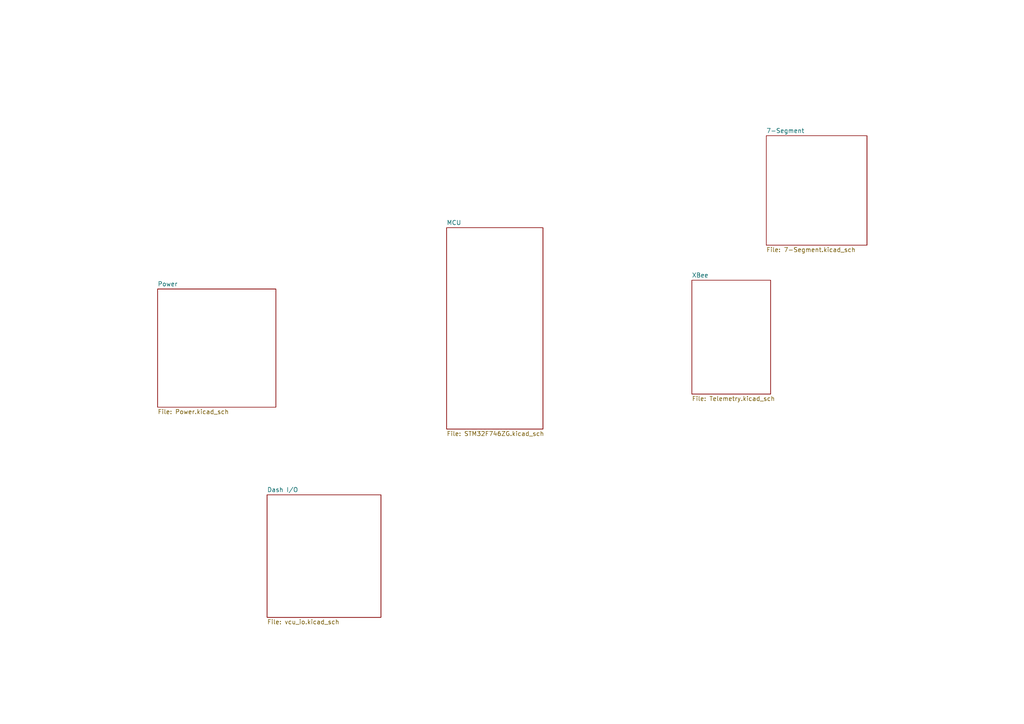
<source format=kicad_sch>
(kicad_sch
	(version 20250114)
	(generator "eeschema")
	(generator_version "9.0")
	(uuid "ed2ead0c-db91-475a-bfeb-6d6144b9301b")
	(paper "A4")
	(lib_symbols)
	(sheet
		(at 222.25 39.37)
		(size 29.21 31.75)
		(exclude_from_sim no)
		(in_bom yes)
		(on_board yes)
		(dnp no)
		(fields_autoplaced yes)
		(stroke
			(width 0.1524)
			(type solid)
		)
		(fill
			(color 0 0 0 0.0000)
		)
		(uuid "622ec74a-992c-49fa-aded-6123ac037349")
		(property "Sheetname" "7-Segment"
			(at 222.25 38.6584 0)
			(effects
				(font
					(size 1.27 1.27)
				)
				(justify left bottom)
			)
		)
		(property "Sheetfile" "7-Segment.kicad_sch"
			(at 222.25 71.7046 0)
			(effects
				(font
					(size 1.27 1.27)
				)
				(justify left top)
			)
		)
		(instances
			(project "Dashboard"
				(path "/ed2ead0c-db91-475a-bfeb-6d6144b9301b"
					(page "6")
				)
			)
		)
	)
	(sheet
		(at 200.66 81.28)
		(size 22.86 33.02)
		(exclude_from_sim no)
		(in_bom yes)
		(on_board yes)
		(dnp no)
		(fields_autoplaced yes)
		(stroke
			(width 0.1524)
			(type solid)
		)
		(fill
			(color 0 0 0 0.0000)
		)
		(uuid "6ced25df-e129-4619-bfc0-b87d83c28fc4")
		(property "Sheetname" "XBee"
			(at 200.66 80.5684 0)
			(effects
				(font
					(size 1.27 1.27)
				)
				(justify left bottom)
			)
		)
		(property "Sheetfile" "Telemetry.kicad_sch"
			(at 200.66 114.8846 0)
			(effects
				(font
					(size 1.27 1.27)
				)
				(justify left top)
			)
		)
		(instances
			(project "Dashboard"
				(path "/ed2ead0c-db91-475a-bfeb-6d6144b9301b"
					(page "3")
				)
			)
		)
	)
	(sheet
		(at 77.47 143.51)
		(size 33.02 35.56)
		(exclude_from_sim no)
		(in_bom yes)
		(on_board yes)
		(dnp no)
		(fields_autoplaced yes)
		(stroke
			(width 0.1524)
			(type solid)
		)
		(fill
			(color 0 0 0 0.0000)
		)
		(uuid "802ad9f9-6daf-4a39-95fa-a8e9190b38c1")
		(property "Sheetname" "Dash I/O"
			(at 77.47 142.7984 0)
			(effects
				(font
					(size 1.27 1.27)
				)
				(justify left bottom)
			)
		)
		(property "Sheetfile" "vcu_io.kicad_sch"
			(at 77.47 179.6546 0)
			(effects
				(font
					(size 1.27 1.27)
				)
				(justify left top)
			)
		)
		(instances
			(project "Dashboard"
				(path "/ed2ead0c-db91-475a-bfeb-6d6144b9301b"
					(page "5")
				)
			)
		)
	)
	(sheet
		(at 45.72 83.82)
		(size 34.29 34.29)
		(exclude_from_sim no)
		(in_bom yes)
		(on_board yes)
		(dnp no)
		(fields_autoplaced yes)
		(stroke
			(width 0.1524)
			(type solid)
		)
		(fill
			(color 0 0 0 0.0000)
		)
		(uuid "af335906-16f7-4171-9604-a120cf780e93")
		(property "Sheetname" "Power"
			(at 45.72 83.1084 0)
			(effects
				(font
					(size 1.27 1.27)
				)
				(justify left bottom)
			)
		)
		(property "Sheetfile" "Power.kicad_sch"
			(at 45.72 118.6946 0)
			(effects
				(font
					(size 1.27 1.27)
				)
				(justify left top)
			)
		)
		(instances
			(project "Dashboard"
				(path "/ed2ead0c-db91-475a-bfeb-6d6144b9301b"
					(page "4")
				)
			)
		)
	)
	(sheet
		(at 129.54 66.04)
		(size 27.94 58.42)
		(exclude_from_sim no)
		(in_bom yes)
		(on_board yes)
		(dnp no)
		(fields_autoplaced yes)
		(stroke
			(width 0.1524)
			(type solid)
		)
		(fill
			(color 0 0 0 0.0000)
		)
		(uuid "b2a949e3-c2ae-4e71-a404-97f91448d983")
		(property "Sheetname" "MCU"
			(at 129.54 65.3284 0)
			(effects
				(font
					(size 1.27 1.27)
				)
				(justify left bottom)
			)
		)
		(property "Sheetfile" "STM32F746ZG.kicad_sch"
			(at 129.54 125.0446 0)
			(effects
				(font
					(size 1.27 1.27)
				)
				(justify left top)
			)
		)
		(instances
			(project "Dashboard"
				(path "/ed2ead0c-db91-475a-bfeb-6d6144b9301b"
					(page "2")
				)
			)
		)
	)
	(sheet_instances
		(path "/"
			(page "1")
		)
	)
	(embedded_fonts no)
	(embedded_files
		(file
			(name "sheet-layout.kicad_wks")
			(type worksheet)
			(data |KLUv/aD+UwEATCsAOlKgDSrgkLYaA2gO/L8GXkm63yN8BOvD6j/QRWv8gdXukm0TQRWXB9WIMTZj
				+AX4AOQArwAQFjkfDmgY0BzN0d6UosP94AYqIRcItEFExIOGARdoImaBIOgCaqKneXwRwYksKkxo
				6iQv2qq9ExMTmxqLcfRIIqSb2kIycUgORxiaaCJqu5p6W/M4Fxigx+NETDNpoH2h5oEkjyjyvg4U
				HpLIxE0kcqIbimjIU0ECMQ5HT1NRIXkwbqjVkKdh603pCGIiC8YNB4ebCuZhHD0aqEISRZKJiSSi
				kOBAjMamH0cCxFRAiCI0kUZLjp0igjgXmseJMBrNkW4yOBYRhiZiPKkQNRaMBxCg4UAaCJHJkCRi
				oOZpJDBuuHWb1KofiWMBNRYYW1C4AAHCPBwKjLN2YrNVx9l6yrR12YbsfUcIZ24+uLOm2OvN1tJw
				GKrrfJfb4U7TVCfVZmzIjuxlV6blvuyPTdnbjtBhxjMRA5HwTNiDCxlzrDn2JsI8LCZMReRMOOVU
				jEut1EQeDkXjQEX1XGCgJbl1oQxpKDwail1MQgFNADEQL3JePMykQjJXPVAgIRIsmE+CUgMREDaW
				gyWQCiiCh+rUhxNhIueGWj3HJopA4kEiEjkSKqkEcY6ahiJCAIENAiAPR0wFJIkw1EwYCAYUQkJk
				cCIgEckEUw8OKAMLDQMIP5Ac7LhJwYKHCAbUQbusmzF226ecW3Ops84p1zENlzJ0J3WKw33lvKlX
				26Fa1mqf8AR387VXuFxKL1yTTVt0t7mCRzXpMapFV1xedgfpe9WVqCivtci40l5ruKb1WX/1qOyU
				45wqszqDP7Viq3R6qzK1rFLR7dyQDZWST/pLS3pVXm1Zp8q1Pd2s/dpwvpSVMtuTWl65hG91K+xF
				eeNMHeVxr3Rhq7jydi4q13ldrvVYb+3Z3nuJT/qMwxd1uaYZvK5lW1Hve7Gk4GxZ0ZWVcBZnKb3z
				yF7mKrl0XG0q31qpL/qylF861ZW2hPW6xzeFN/dbT7hiy/WMxzaTcv3qjg7XER7Tm17vXYZsR39w
				GH+7Wic1V3RKp3qVtY4u38p62eGq02UXl21Hn3DV7j33pZ5TUbPO4kqe1ot8pleF8NYWba+DL3x5
				bK3eU5nJ5Rq2k0LnybUfXJqcVNddXkqRTah2smtcxpV6gOSokSyMFDMlIiIiSZKkA2BESAjLDqIA
				UQQyjGLKEKYUMiQ0kiQFSZLtBHfQmGOxdrzCZXcS6MLfhlOXj2RayWig0X9Xf3lyrmf8mbrEn7dX
				1pte7OB8hsjzVckNbgBDbbmzm4WFpZkhMZ2n2bEQRDCfHXa8tlcDAIZHzEcgDXmleNqpzdpLiOZ1
				BHl22y6gxrJhYtajTR2cbP7oRjX+Pb205LSn9tUmw8tLj4DMWUjPYeUZFlEuIRlk4dDAI1QcZuN+
				bb8340QltqfUHcbLZ5Obk39vwaIs2k02XEeZbo81i3rxEmZLghRNRnK6DJwsYWby9eCHaD6qOUG8
				s/7uIzcAyPTiRGnkpwbckwqeI4XHS8ukadNlDqrsH6Mr3E5DD4cXWhdLgeUe62QHW5Ik67Akeeim
				BxKeArE9F+QkjYXzXfkAjxTm0RDHavCvHMG8juyE5RGyQqzbXOxv4Y63orQaDBwzHcythDE3lCoQ
				J8hKHK5xdMzsFwbI9myNk23dSfbPDgwavi/XeJKzJy0qoPRJEdnswSuq/apjgTLAytO3iFq4MB+s
				iNgRcrYkruxVcZ3dawm29gI0th+BXiaLiSvZQbCl12cByQorgx5U91rPoKJoDg3A9tja8fgDMUdL
				hJfbX1dQnlPJQZTpLub5kB3BTucBC63vRPqaghqEJgAKXEgLDZDrGIRqvl8uCDNjJ3KqAK8AsAA3
				islsqjbnYlc9SuiB1vxUjOseeuGYRwPxMB8cy2mbHOQ7XrrgwLw4IA+wkYWtOFoob25sQi5nKqeY
				9KyBjgDNlB+N5KwPDMhnVvvQV1aykz3G4Q7iq8c5qdQHt5rIAGuZ6KbMjJzQpXxyQ5swIV9+YDIW
				JTxoxMHYlMm9ddDH2MJqk36DdKKJrjTVVee9uhgfuOgqm02KJmEBzvGgE0z1yE1Nu1gCD8LzgeVY
				uc4HTPaOgS5oHY+6HNsKKDLAlSxKTnCSaxjNBbYVZyEWecgpEbmRkQ6rtSg3nTniDoo70YMpGthH
				Np3YYz+3CtTNzlIDKc0jyQY8EFN2tU8swhUMToRp2A69N7gNXOY1F/oEcmMN6JO5yM1OdMmPmPJQ
				rvzUdus5eQHTWcWlbLigCazkUA8yoAlZ6TM2dqHPLvewtYwZyIYH/MLjfOOBX/nghIPzwAG9Y9sB
				XQF1ATgZRQnRNnbJhXjto3MP47ADe8Fk8Gx1I27mYowBsQPkHXMvkRPKWYy0HOnaIS4x2MxSFmST
				b73kkC8uTp6XptvGA1zqcCv5nKnWcI1BrdIgPG4k6yZtm7bAU9yW4VB2CGu3tp3P8qDvfoauvNyn
				vqK1077kQ66GsS26q27MJD+kqJANbm4hSsdrJiJgfcaIxGx5EVfZcNUFJJ51Ut5nRrMRh/DSYCf7
				miI6qJdyXWfBvKboFNa8zgTyY1bq2zWlXhUpyqCcxmx7JYWNFyRZbbOx3gWFDAsCuOWVg7EZC1ro
				aD4Qwjcm8AiTc9qlxNK9uQUfibdBj9bzuUGiIHI5UFX81JksGmOzg2PMYAVeY6OLtXyIsTwAuaAa
				fsg27CB7uI0ZrRjqLJut4ioxwDVAEZuzOnTDqJO9de0nP+FTRoMIvh2Y6rHPTPjIFLOhGXmcgWRC
				I2TNHfk5AVT49mF6JuaGHgKA5ahRMI5IRoZEJoiCFCRNBzBGIESKmXkxUJaYiEgQidQBROd+vR25
				qDE8IflV5/bscPKoIb32BkerItgTkjPuWGm7AnT675cvgQuU2KcoswlYCUA5qbUy1m6+t9WaLdPQ
				gNuRpYSCOVoWlWI/pzkgvEhaa9DtMUjWmlF/oxla8ZGNuJvolHnHgqStSBV9cRdvHZ+F1MfUrjQw
				n3BBnmADZ3js171YH0iQTmeCmYTVeMgz211sMOGVycrFar8wtDpJoN4Rq2ztxRFLeQmryyeUuvJ4
				rZS07T8WuQ+VtdpKhZ2cKjMW0wJNl3p0VOEmxLmPhg65aJr+nuN1VHVjORaWd7MypOZLLrJ+t4EV
				CSU1JGsjQwknAsd1kKNw7n2vDJNBV3HAEbUquRcetYxCLJTZMFQnKeV/znX+5RAteqcptizaLzJl
				cgQgj5BBTwavvfQoNBgqx/7LkPs7Xxg9utaqrC3DyRVa811E7R0uF/Dr0pgMDo3K2G4VqfkmSntU
				J6fIVVbv3PjIscmqj+U/Rk5BE1uLY3ZSw8CodhLnkJDSnuFJoHjYcEfP4UYFEAcpQD66CC6YlG3Q
				jp4th1eWfXR8Vgoq9va904Cx0jGJyPCnLYHcncMz75M/kVEB9shUWgn106Jj+Fn2zE+GBj7ayR4q
				+x8Pd1H4yBMWA2RSAGvMcBiBAYABjAH31oM2H/MwhwRgMh9D61iSBzOC1ZzktMOZ6lJXLsBhPOxS
				m1zrEspmjPuNy54XrOQsG33C5D7ksqs8TJx0GQNwQNrHEjA5j/A5G3Dqo0x7CNOgM9k7FvYpp23u
				Uibjcw/a2Ea0ARNyKJNuY9KJ2HRgHxrJNcSjkMlWsagJGMGT+QJADOKt9+BALMhFTL7h2m3slx+w
				AQO65EQTMjADpnHSND7kBKMZP+cT7x4496QTBbjORXxus6tO1TDuJHxhPauZdDMOeZmHTaYPO2lQ
				Y+Htoki5kE1uajMG51BFwjS2wnNGwfVot6EHsk+a77bxIe8Gu5xJjOC9dYIvveRBtNYHHOiCZ6rN
				UE1EXzrgwlaawIFsZQbh2IUPcuqDykDfc4ELveKTY7tpgSNmGQAk8d7DLPYQFubF63wWwYQ2moi5
				SQ3EBj5hIkZ8gE+gAoM66d0UFmBSPvUwa13nsZN6mG5ojLVGm+xxHuK9mpATN2ECYqQN7XH2wBhJ
				71PbBnCVch8JYVD6IS9sLWTTBW3EiwZnUT5gJJ8964MfPdhq6zhbJWVGVzLdJifiUqY8jHDIWORF
				T7FO9ZERHDR8bGJemuocr5aB1uIMyARs4L7ylbGCNoT3OYOi08sptDjjGJS1iBFy1MWJXnuE6RzG
				qonkOtCbEznYxQxsABZ3uJOmIR64gMKj6Iy46g0DsqEv9Wg8b9jkm9/4BDEus5oBkdjISmswH32c
				Q274EjIAk4lAn1iM0ZzhTDztrcn4zgbfnCQpdxUV2ziICzc6mo1ZR5FCJzzoNaNtuqVOxCdHmoSB
				3WWdxsRrBx3sKwZZfpvlU3wEyzt1zIV4nEcO9DEWZyLnuei8TXjpcmBzDuUEJw9lujWvem1ADqMU
				1gQmMjkT/YBtDGis8z5cz+G2shGTXmokj7ycT11orSvPcuklTSzKSN8ZaRqPmsYHJrHRDS7IQWzI
				Vw994Cou4bKVBrTmRBwKXcLjNvJBQFY88zUvGeRLJjOGgU7nBNMtwsU8xlc2NqFrN7QItznlUNsZ
				em6pyTb7mdfufM7llM09dKOFmWhBk1vQ4xwA2crmjDuawX4gFHuYPBvsaZSTDc5HfMZXchOrsFNG
				cDy2EHMSGsEDVBD02KvkZy99dwwk7mzEXPI2aCHzKFsNcprHjXOdFw+Lc6jMCJSFHsKhNORpxoPy
				g5fyoY05dxST3cbmpqLrlhjBVJezESNuxnbOx3w1hrrswCZ8jNf2iI3uQ+RL1tUXw0NxQJtDOe2G
				CzOaKHQxkAYPN7hLkQCbIPsBusETQRh73tzo6CKSDmRBin1MAS7ARuDFfOQRBseuHZwAxJnaxKVA
				BxCHDMiFdyNMW/qgU2y6OQPxAebb6Rw7gMENwCSUqS7BDuYIHKr7aqgaiFIIhTAwYcoo8A7n7CWD
				cAY07lTjmMzCdhvBFyc1GJO93ICMeZ2LxrgwP53QZLya4ZImnOdRRZcMGuS4AX5ErcJ0D0HqMkwp
				m+8hjvcRKWAyisma0GdM4yTnq4V+5Qzscrby0lYLO+lDEzDSKsQu6MyTcAKDvXdstgthY+oDHAIe
				mHY+NU49C7kIvYgGZZPXXvuaHe0Kn6EPIR5me9bhGp+g8p7epGgHfeAMdELtppNjV541LqMzd5TJ
				vGEMGzCCT3XUaiYRBmYAsbhUAPbVfMewyeBg7WAbceZOfRTKgQ6b0IB8LkzAHPDemT23MIdRXrKw
				sjSCu/ATNla0gonKWjnGNEr9yKlBlp15kTkkSGiT5LxmZ8oGXHZyhyIq1xzcYRfjucBjnELHhHud
				66YaG9mIy7mIgTmAkR65OMt5DjchF/GWay+6VCaFI9nycwNyDnnDZCNtQCcwOA8DVgxK7oMGWJAN
				CS995hH0YCvYaC0DYGglQha5AHuXQIHKoUxGAQNyGGYyF5vKREz5mUXdqZW8Z7034DcgYwHWcSCv
				uI9ttTCDHPNgxvAJm3zQYrx1gslNxhgYHYv6BMwrt3DYzz6mUx5uFCGUryYAH3bJQRJtZaLpFqRM
				50OTFXOCSTHAzFVkURb33jcG4GDEaz77GRO9OZ0yFjiFhwlCDIyIaxcBgcmoQSTLMEkUkhmRkSRJ
				0gFBDGIIYhJS7DwhNFiwREYkyZRmDIBh6GIyJrw318asd0UKQRhNbLkdQwdniY+QyHbFzkL4FkhE
				7hwult/UweuHyJvYFmPPTGsa0h3tHS90vMF6lWJwJpwC7ti82x8aLHMKorvJbMYqoNGCCyEBs0xx
				d92C3IpaQylOWKAUqPKdJDNDRvliUUCySj7gRYePNZ2+EHcY0VauSi4dYExNxdlgpoc3ykQiVwIF
				QQNWb0MtU3qxW2Izr4sfGtqLV3tR4dIJxhduypd16RU5Lj+cOrRvFP/PXolsuOzquMqQZDIDLOka
				JFxEFDYEIUV0k+5kcKF9JqqUK0vWw3Z8Wpn0GSskyaH+HV87jFWAwZ8M9YMqQfSq6+gCszt1+6bM
				DgBT7L0Vpm8xVqNjEZpFRNM+FK49G5AhJWcLU/rLJwzt6K1NMVn5KeACiXCTP3yw5vCYz7dJFIZA
				jdmXr0NmoQbYvfJuN2DonroyDPpHRCDcrF/bSNKJ/MKMjFjBjChYI6gCjQaGxTgC7rh3pBCsiPqG
				JIssdrSoR4yssrjO2Bqi1ZH1njehKJFlqt55jkwW7lKT21Rt/bK/pW6E7V356sxm8DxeMJ3TorQp
				SaZHA3u5d7JgASMa6AMrDZ3sWWSOVrWbfI4X/GWIxdZRMds46LRJO5Q5Vm/3UUShcUYIN0+vZooq
				vH7iOVk4vWjtcDUHYruhyOU5Yi6G5jUPfJj9URc11shiDXBZtD/47Bjt9zsWTVAejOSSGUbIA0Gn
				8dJOFcQisl8Td0qZO5I1VyEZkC6MuBAIaavrBGrvc5HfnKSzKDQWyDkCzdAccnvO346Arf/uYhcv
				hkWSgwbYlnzNECd6ASqglfATslp9/V29mU4S6XaOEMkZEZLb7ksdPuRvTptL1d3FW+nJ78ivJCzu
				ExFZaBemIZ+X++XfDVZx2XzZcISHR1j6fworE44Sm/dNTXTeMYnpmPyVCVozNYxpiDF+eKYk2O0j
				HaFsasIx2YD8yvYwF+qmAzn0UVTKO37Rlrw4yshcofqjRdKH+ceP74umxoYkMNCvJBG8uM5jHyov
				2hZ28YTduembPPxHqT64TTpTkp16zCLfXgdyJhgI7V8JWbKXGhJ+HDN0oeo40wNNAiaeRqk0yTO0
				zvgsZbrBQ0Y/bAF0oXTFiOvPJ0qm2p/I3K/8JG44S4htq/4D83CUQJ0mtYOovNSJYqMymbMvwybd
				2+spivGU7tuaLOoSF88gx+5r9PzS64UryQQyKw+QE7vj+yjLWtpGiwSWxrZfkplQHvIHRUvCszPO
				iyySxjpo0ZjB2cOH2j8So0H+DNi0B8dHiu9e1EZocLGXSouS72fb6fRftncO1+zUzBb9JlLGDFSB
				nu1HRpMukWW446Y6SKPFPVQiT8QMFqkLg4YBPKwAu7clNDYDNQNFA5sz0Mshm5vwg+tZ7bPPVjOg
				BXhrBOMu8CuXR1mc+IxRL3pG8AonnWdCRrDdlQuy2BqAy3zMdydewiYP4RobLe6t8Sa7GA/wyAe5
				mGthHveeE9/z5QY/e4KIruEi24yDWHe7x0n99EMbHJAF2dS1G33PJqz2MQ/zmcmtNMBNMLOGU9Cg
				bwc66noedJpNuMqx9dY81NbHfPg4i/PRT1jrKp8znbOMRSB4cWKuWuy1gzEGnfbVxbmAUxzMpBsa
				hEtMxKZMyOfsLGyxm8I8mAG+R+QQxvONV9+zYjqbmuQo6DXXLcpLSab7aLJTOAha0w4ElPxyQMZy
				5ECDXXeip9jIcEzMSCZlNNNZ7zWP8cgHec1X18ESi6KLFrihQ31sYp9z5UeYE6dygam8NSkXG5AP
				TnTdMAnKzwC6drtpDzSJo++NdB9wmkU99rPJVr3MSpd4zYTGXYzHHfTrHmGBo3nsyZGAfMVKB3IB
				H5hoUia3lrEO5jSD8BFlH2FSAxwQohNwGA9baaWRnDo4n5rsZd8woI0Y6Tub2nQRNue9cz803UB8
				wmcfeaFBOPqOx9AjJrSdWZDPLVjggo7YVsmXm5dw2ZqD8QFC3EKZL1zytQtYDHQj40060UFOcq2B
				uGgyH7zuMT7a6FUmfO+Q503OuDbWA5zksndc7DOnTfkwn/HuZhY53rYTfug1G7OGxR7KYT/nFmUH
				YtQ0PuQRzrApm7DqmecZGFAeZ0IGCb4ixCK/2zDhAdC4xicXdoEN13zopC7gMOXlPuKy41jPq7jh
				IAz0owHZnKsoeZSFTm4Tl600EYeb9AxXvnThRWett6EFXQP1xHWctNnTDruPsSHmkWsZmBkGv/uM
				cc8mP2GBG/Cww362ggF4T/GNUce2FzjH4Bx0IoMdgA358tK1xlsF1iMXeebibpKHMgCLQABNIk32
				Y588gHMPeuIep1zlEh522oFCsTKhh7MoIsKymRD1mtORnMWDTswK3tVB553JOCBed6DxLMwVNlWP
				GtBCJ6kAfLsgB9zCuy/Zxk3GmLhrCy42yLuXqN+48B00xEWU8xojJivmWzrBmGAnctixNijEZ+cI
				i42B0woeAoM6Sbk7wapgO6emeBBcaUMDZTSfYPIjRpqoCVzCwB6FG8iN5MfWsdm0hxjjRnLJyyic
				Z6LnTXcxG9RUjyOJJEw0GYPxOQo2q766azDrmZZYLYg59aAJS4P51LmbBYqb8eECP5zseaet9+qp
				m93CZQ4TM5lJffeSb8/zKQ2voVlrBaP4CHO60kQ2ZSPvUHINYGAysqwtyDZ0fMBFI/mOfubVBwn1
				KRfzCItbw1u23rA1yQJbjfjZbbznUTZiBB89sUAcOGqYeowaC7KubsiJgzHJBzjsJLz7ggXZnJto
				YR86IJqDMRP8xGQf5wzvuei2k7EYi3CWb2xQx34AvmRSYHM+4ywHOgybNWZM9qIJCTndCAFeQZFI
				P/Y4L3mYw664WHOm/QRcdwy05WMnt4IHjmJLcx/xwREne+5rgx2AA17uc5+84CFMyAs2OihRm5p2
				oiu89diDmMaDPvu4kzb55WJcZSoneOykBmdQFvThSJ+6iK+MOrD1RjhxNRdedDKuW3Grtx5joRcc
				zVmvfuc1r/jwQr4FbrnZ8QzIeAFM6AIDfIxLfOFA71j3Ugbhze+sZttDnruOAa07ka8O9OrmbMhH
				7zjQAy+xr075qQN4dXEJm07C5wx2cR66GCuO9NJ7PruSRY3xisvG8QEiH+XMh/joKgY6sUMdcKpL
				X/MBn/3MAgflvANtbjG2XXMFB7yICXzANyYAcDImGuCUAzAx1xq23ci3OJfy3kBM4gqjHsbCLOxD
				42K2VdGDxvGpS3jHCy7ynslOMJnBXsqHm/vQ5zIceu1Ag3AQRNN54GiXXsSJEz5KQYm3DneJz/js
				lBv5gAFdRcqV2Lc+OtCHi3Ion9vEwjblcREXbnBCvpycExdiLBttOsHFLuy0CQ82sd2IMTcz+cIA
				H+eCB532YR7kHWOZzFcmvOAmV7BhUG95mJcMUnWiwXjBVT55mgtu+YpxH+Ar527OQUx0OO9+8qKf
				MuplazB0OddNVtA1pvzAdC63MJfwgRWc+xELOoj3TPC8tQx00oU99AAWZh3rPco0LmQdn1509j0H
				sjFXuOiiDuKrxX3sM4Gcd8GNmMo2ThphIi5jEA4YZ4+hF0K3IITjUvCjpxE6K5moKg/iCgtzepFC
				Y9lpJzA4ZJs7EDw2ABP6mD0XvXbIM4XsyRGvmkydIztamBiWCYGw9gGnmzjsuWBQAWtdS7thUQ5O
				7jJTbXZ2Frkp9pKzwAHHvDdInQkBRLTQuibtUzKHsNi3HuCyx15h1UFd9vCxEcUVDmc855S3Owmb
				XYigqVzRF820aAcxyc3IpMCELpzCpBzOxTZnsoc9aAI92FYPmgTYkAUuEGuDbzjHRuAWJvpuYJAm
				nxvJ4+hmTxd1KI8tvBrTueojLnEwE7HZMax03WYu+N6lJmI7dKjIR4xjEx/zZskTb1NjxlqY81JW
				cAgXZ3Fe+shkAhjs5nzE40zgg5syjhygXuW8CYWPLpAHZFnc5jnJ4BxoHFcIFx41ysGu5UVzNmAD
				LqLKe0Yc9xyvGfET6iDCLQwZw/nUNjjpavYRJn3FojzKRR7CkIWd8QCPGowNXyMc1MBc6GMDM5WN
				KFc7dcOvyDYmOd7hJiZmJTPOwkQ9znmC+erdj06uaGImOg0M9LMC1Vx4xcNW29B9wETOYy86jktu
				OcmF5mWXXrqaAZiQDZnUGiYAHLIxBwzKBdcc6mGXccAHOYSBGeSmE3mQ8XzOIgzIBh604oU2u4cR
				tKJzF/YRExsxhI/ZWRcW+xk7aEz6iTSvAIcRDGhdalIusNKGPO6lg9nsAYxrl8lxHmKTm5rUwhb5
				lbKBBRmc2cjEjTSGiZjWHClMWebCjx10us+4djECONt4RYALy+TOCT41uJXXgHE1x13cZUx7gVec
				M+rZBHI6k6LVGLApm12QNRObmBc3NbDLXsIL1qxAE3oY/cqCkBFM4931FuJwLmPU4ibzKQQuNDkT
				/OSGY5TPjuZSZoBTHMYHH7cwg8ORHMZKkz72gYsdD2IDX256Y5CBlfVs7jKz3nsu5mMPLIfc3Ccm
				YVLWvNCmvlHGRfOTFxjcRhMxlZVc5hwTEBswucEtcCyfWcvCrPi48qAQNAxspU8XOYZx+dzgjOUi
				HrXaJQ+7lcd9Sb4SFrqWMy9MaPPm4CZjusO995nLvuUBPmPVQV5ksdMuckEuZbMHN4GctelZLjrY
				ZI+zC/iURSUtzDQCZ9e+46NXbTYhDzvBRtg5tpEzzAAAAi5TjB3DZDbkM584Gj4d7S20atnMlRbk
				PA9wAB+4PhcIgVtibnHnOW1cI8LpLnrZlZcZlA14a6pFbeFTFmZwph3rLR/z2eC2MsjHDSggHtiH
				feoANmcSaBIDsAjbPs7kPueiCQ7Gar4jQHiY2LGbcKCJnUk+Og/kZsoDfmYAdLxDWXADLDc+ACaG
				kxnQhQnIhbjK5OglBuRiBxvYqJ+4FFaZU0zoPA8xuE1e0PGQAa0m3qIccwEuMppDnrYJax3GVi5g
				08ne85XJ+MhlLxzDqsBHOUvgac4bo6HtFmEE5xnjMjblDmUHRRB8BA3I56zm1TFsxODM5MJ+N421
				8MxJjWQziFhF3kfBhI/z3YagpeFYm6SoTTE1GQYvdsmTK36BxgeBVQVwEiw0LslIl/nO5tYzqfc8
				EKts0Cd8xmasJ8taFnvZvZCFmoFtNLjUJmzsA+OBo4pyqbNyIrEbwKbkhQcz855L2PICHjoABzzj
				I5qAb1zMgj7iEiYk7MfOLWVQY7CHzQF9yAUOFibw2RpgZy87uXzFXXDXMh4MH0K7C4RATsBkm/ng
				Zhc0US0yCFkGRUgIU1FGuBrsjmAIWPe9i27l22FykA3Z2FR4lCyH8BCXcd65DR/wpillMlsuoDvD
				ZXQdYzKSPPSg1yliAsdYOWkVoUbEMO4BfGor766HvHMvdTdwjKL82NHYiL5jBvUIUw3AZMpLDooJ
				g4kZ2gtdYCLGfgIRcRUR+wC5dZJ511xhjEvmvSlMJoTzoQVhsTsYXcmpm6eeNoSS0ZU4NkaXrKfj
				1sHOJBeglMWDXyAFssYpb4bpXpG3nnLZvzAxBxJBN2dsCBiAFIsra5te8NMNbCYnyZZ3C7TxFrsA
				4CVn2YQPoTORsolJgNMVUChgJAehRee8O4kb1Lh6AZFBGdQ3DmARHvjlJazQRQyUgHMVA110nvEQ
				k1hdBBuGwCQW4EMfMBEL/EzjUyZ47mefFZNN6iPUzdIkHJGXG8sBy5nPIFsNwCnkgXxMsQrFhHWF
				vmGQqShhUUoYR2ozRodgqxkwoIm52EJs4a0XR1yA6RAHWAWrTcoawoSnHohwLEwZYK8i69JIDOkr
				g33NlxtzOIuDk+hiKAjDUChI9GTT+RLA8ROXEEVEROpUaQ0dGoU5uI7I0wAcRvQo93RjWE0CWiSB
				KTqZD1wOfGx9X/qEbLMgACUw/SZDSEIh9BbRjt3aWQCFLngl+fQtBa7plazhpu/FdiI1fIxSyNPH
				RHTFHTvFgakxo7HWZPx5pe/oZZfVpvDKScNVFg6uzFZpgMDQQMtcn9Efp1H63XdEIJIGJl9nQ1xr
				+M0SGZlHMgo0baVlWiliHgtp++vUJo9UyA+pHtk6hPqa3LnOTyGrEi93VKXbVmn26Loz3mAsJSbV
				h9gsLP6HcTVnz3RKJ54C7yiis6crTlEyTL2VHE7bX6tRhSgInJ8I92jkRnDpQsSnwmoy5/gifKiX
				4QmPabZ3cYtmqIdfg5+3NPxNcZgpFtLRLVwTftk98u+bDkSukiioXWTwqNwuv7AKNpMfEV/HadN0
				uWuxQYX9x+EALcXG71gw5iDDRVX3emK8m/0vZYyUwThjxIcZwiY5t/Bbw9kLOrTetghA1YwGmhxq
				4mhsb+VDwospo8g8SRzI9Ov5uJCXQzXgrCkSGbsL77wsunWSJdQf/Du19jP6WA3hEPG5nui//2fp
				maGGhS+EsOb7mFxBsve13y4h5v0jRksodFbaF13PNE18gdX/+v2SVGKalS0ZGx1CCsX+GO7uOdU0
				ugFwj4TEK4XdqWyjmQMFKLSt/pGTZdGKI99NeBrlj+kbrxUu+G7jQd0Ogj8mzIJ2iaGrf1NddVYO
				/s7Q7ptnMWQ9Qk7tLmf9WExb+KpXb6YnciGlm8QcHDWwssOPsJ2Z3iZPZL8GWk+JWLWnHT3zTTqb
				9OKAiNYleSjohnTWGx7XXxfFmnU7MOJOiKucbArn5EWoDvaNpl9X1R4mghBxOWPhctIwjp9X8IQv
				3/SKD2V0mMMnp2WnTWhYzxOXqCNBGhqJCoFDxa2VbifEsTWh3+5HsK4qgOkmNuFd7AaFogrqfVU5
				/iQAOLC3wqJvIubLivDZr6oVBDELo34JYKHefcJ8nzJNBq5GtUCU/ol7nZ0QArZJ3Nw9JwiKkfKA
				rP7gbx2wVPEHYeayIHIvg2Z0C0V75SnruTch4htnkBl8rQ7gR+IImWJ8yLYm+NSEE6ymvuCVGbkb
				oaZh6lmP2X0IThaPrct6MGA+Y626zaLFBwvjmjkw7A40bW46UOe0Hq7U59sc8og5GPY7oeNNHEat
				tPjv1bh8U0ZyNG5g3Q7oj7kRca6zTyLZ9y+A8EKNWRjIFIJPclvjTl/PWJBctiuus5/xXdwCruwa
				LWNft68F5dTEBE+eHxTIsy8RCnSA5uOWwBL5iLYSscVYsqHiJYlSz+NVkZzkSAJC53vAAlSsSojz
				8A/wHkVhH5AbdsoAuhjvtP4gVMMGqHh0/S2p+fN3uFolgwx5yxw77TD4kpzdU01x0zbsyihTgFg5
				qcIGXV3+0HA+qE/qQuNjRp8VB0lj2RBc+NvLDvHIbpHGXeHwmyqo+WmbkOrVMgYeYXBpMHxLIQmD
				94exGwkV/4nbpqWzyOlysLE8TjcMgnF5T/zuuksK9ByD5rIIyrJAXy8eQqTwwun26AidIWt7/Pcw
				H7l+hx92mCR2I57qDz8iJRjaEyYJDGSa+690VH9NDa/gzMjPkKA+4blWoiW06dYNoq3E1yNZ12uA
				d0c/evWTJGRC4KlgX07HvJDvRNvf19Q+ztxWZ5V3A0JD7kUeZQ9rxMypR5OeCHGPInLbFR5NypV/
				4IhhKLF8JIrjvZTfMU4WZn6c+CKK7kyGcmTb35P4IiP8iaj6btp9TONRL3qXKZmtsXIoD6eoaqVs
				hDedV+Z5xJWRWA3O6SAGNdrIBEKd3spWQrtw7ZcWDiEy71q4aE7bFChWFnswcfNzyXJpZ61b9Wdf
				dQDI07Kb9CGnH5qZp6Z7cR0q5x9rbb03tdXImDqVWhaCKuEHP5FJRWCFi3/mRBL7hEcIhomp7xHs
				cr5BBkIVftmUx5HdAk6Hb4rDWqLUFsM70blkDiDePiuo6gLbRCZDUWYxX7xzhWRRiSo0PzLIQVyh
				PwxDNjebdDv5RjFRY8qfZbdeGapF8oRScT4QYhe27NcnfiXUxXcujziq5DkA7zYE7H+ZZ30Xesr7
				xFI1mWkzTckCx+bXpuZawhRGQYWTMynKT+rLHhOBQIa5475F8Nlo2KwsLCZyfkato5lLnGCJEgeX
				LaxS6kmuV1/zEnxszOW2UVYNjHWYQa4V39MCOMg54+q4ncdrpjcPGrgMcM6xnL1mSdkrousB+/dv
				M19Hm2UI8ex792lC2eRX/eatXl3VV2r7/gO3Evo6oOljgc14Dr268wIy+1MZ3zB0uRmdxKWKGvH8
				vKXIqodDdYPkkxNg6VNvfOrkSavfTGWAGlXNyCSSAlh1VQX6TK/2O6XzmWgI3fQK8YfnJ6MDakp0
				YOKglNlh7f2V3T6A3ZQNayQ1RtHcspvU6H8UXzRmAuVNeSzmPL8ApUOAELWYlIPjsAKIotGvvTL9
				lx1Fpb0MmkoSJkYa541Xl3NjFi9WKEAAldg2NbFFvrqW3DdCf235+vXY9s4twBeqZBBanFSvVCp5
				oGOpj/D9CP58/9cHCNBA685YSE7YKuycH0Z0XyeiPbJIAh363enlJ0caqVB0VDFQLF4MpDIxI1L+
				7B00mMBOJG4WVh/9JncWPosGdfy0i9TLDsmO0OTzgcgobitbuKdfpi1JKMYfmK1qqj5/l2XkhaQw
				j03dP8GQ5WhZ3DIEsExSsuVhsR53fI5BxJ8nmE52mn3MeCI1NPm3G/ZXD54Vu+FO1a5+F6+tHg7c
				xIrANJ6RC8T1KKg5X9tlY57bJTjwWFAYUg715WjE5kGGCFiFdwAkXN+Vje4IoGAzvLHFrhbhcCPR
				IdFFfcN7yA+T5KAV9AABS/qRPcQDwgPfA4+yhVFPckzY8LRNU+uzrXw6GfoyF4OYMSABfGHVj3jc
				QY184KNjIhdT9NjEQq33OMOYx7nDbsg2tp3sewbhtMu4wgAouQAYhEPlJRRt1FMXqDGBh25hAj7d
				6HXnHsyAKJJ9LMiXH13N4z6m3FuWJv3UtBc94Emuskq+ssH3DFzsgfd0IejbM6nLTOWT5332FGe4
				4IaDcZ3DtxyqnKYXnQNuRg3SHicL+eBnsWMhXXUEE3pLx+Y29ZUBeIQX31urNIzmAyOaD7nwc04r
				M1Ma2pVcRmsbg/HioZw2EYWsNSgTfmljfvbaxGQZGAXg0nMv5qNGiz2UkZO+xSD42FeTbkqYiAcZ
				v/HJwzjvAttWA/DuKi4BrGnEaHgwANShJmOtug1dYatLXXsAD7GFyY0LfTQIWccgD+Rhm92Yo8kY
				iA+YxjY2Y8oPsIDgvBnOCK4xmp5DO4uAyc7jrOVTl3EZq+IemGZwA9AFLG00HcU36j1JmcLY2KEs
				zCkvAPrJEaxhKrXdsC8APOgFaXxrpZWct6nXXOpC9C2b0pmHLGRADmVAiyRgAqYd09HCXMiCfM5U
				B5zQZB8XAHYGthhJ45nwxUX56AQfYoDbTsZrtnK4hTiEXagwPWWqQhvb3GSUvJSJXLsYO+o3JjPu
				4iwIXaB3P+NBthzsLMoBF+E12z7wUYcxqA+vm9xLA93IpStNyGQbGNh4Dof8mAl4nEI92JTTOEYT
				CQ/cic56EzMiwTJhVIxhFdtuNTEwmtok+GxiTiPffsiC0BTEfWZShwMNxBQ+djCfsRAboQ7qcq4d
				yQDX3AbYVw9gYMbyhpfUx+R+4BJXuezD10byCQ8ysEdO6hIG5KBhGuMkJxA5WghmLpv7zESnLsYY
				Duc1r5mYzT735npOfcklx/OdDTnk4cZbzwCMuQm8COW3k9vqO+9YjAO5B40FZqBPDDtvAPYxI7FN
				fcKbgwWZNKkwxDGEMQeFbATYIt/z3nUneJiLQJwEu9h7hvjIWtbx0TMpAxR2h7rQ4BzKBC9x9pTb
				BdmM0yzuYoPcyCcPO6jtjojO+WgLQ4k8QLnq3BKLPdCHr5mMDZnskw968SMuK0ADMwgLMyCfq4so
				ggvzEa9O9sNPbhZceM1m5F7lA58xqe+u/chCNwB8QoIdC5hVTIot9HBsIGyqcVMOyroT25BUvYxC
				lOxiAE7IBAkxH3CNy7jbzmVT2IQdTM+jbIilfHICJrEJh1yYTUx0EM5ysNc2ugGHMClRUc5JVnJN
				Y+xEyCmOMaVMtjcU1HmADTk+tQhk1AO/G4hyboR3zziHg5Mj5/vYdMpE4Dq2oDzTlNrvyoIucREy
				H6JkpEdNIXwKmvvOCFP4whWlE98785GX2M53wmZNV6O8xloe5CwcBNPZ0Oameozx29GM+O5nzSsH
				4Ku3TnuQDa3iDSeNi5joERcy2TMnZVCmol+aD07KNs6wnc1OchNCK9aDNmJwDDgAQx8UB/DZGmkz
				u5CBixkbjMu5aGoVIi6EDCgCJl67mBeNGLCdmNQKPrul1jFjIVcumc7ICxY4Bmczzr7jPBoAshWy
				CcfgudhFF+c6Czt3NYfbSBdhNSQreATFO+RHGzuEG6vOIjYtM7BFMfkZ65juMt5wgUBgLChs24tG
				EsSEkA8Yw9nKCARM2ezGbhkXXGXqIDTYZEF3IhBGA3A9ddMgjxOFvHbSBz48HI3KBjZxGZiQKzdC
				rFU29eUngTlxHSR8e4kFeAsYz8S85NTVwQiPsxj3QT450FPsu8U9wmLzsBNIo/Y4Z07Aawtz2ae5
				gSuJJuKjcXzyUPJz4bqzXLuVSz+51kIome5z1x3EWEa6lpwSLnQo4mACbdaQeZz3vEcEspiONSZ1
				IRsyDljkpUzOW2cij0GbedjHTMIBw0bXXfS5zX1s1c2XiMM4cRsbhk8Y98Xv4OJoAoEcwsizvOCk
				U5Max4QLYR+YxAQWC2on4mHMGgYH8pIEN+FDvlPBLkHtsu3OOPetITa6hM5LE2L7nTzQYZgtmxgJ
				TnhO6DMDMtqBXjHVI6ezoIX41EYTuR76nk0POeaGLnkgn5toszG85KyL99l1vOJMYbSot2xcZzPO
				2wRiVjEZFcyhTOGy8RzEp2yG1MOYYbZCny4IhbXktwPzEFNt7ASbsCPJdXO0QdUZH9rS1tK9zIA+
				u9xmYNlo1geMJIIOWCPYsNGLXc4HWPjOZUZwxluP8prxTrMIo33C5kOv3EgGFXYQ7w7o0q1su5q9
				9mOnmMY3LjbimWd4mAEQV+VBB/zUeU799nEeN4kLJ1uUC1nQGg7kYGeZzkGnMhGH2uzDaEFV277i
				QY/y1XsjuJhuRnUsl/pQB7YZOkxNdrIvTOxQJrtq2os8zmceOdhV1/Epqxjxco+6sqCt4KXDecuF
				dRe2OO9+5Lx3fPc5b9qAXDvRWUaOvAcfdM7m2EQneCEn2IIPM51QIk5AiDnfAnBkHld1CYvx1qcm
				ueq3j7v0pcVFa5nAGBb0gUc44MTGWs9UPuFDtKoZ6AvGXXfSS17jBR+xsEknRB/5lQk4iEdYlA35
				lFvJaRcYkG9gPuUcAVRiIwyBUBK8WudduxLd8zmGVgQClIYFZRVY6IByUajkvMc4lDNyFzOVRxBj
				YA4pgs5aADQmaLttH1diQvvsAg3ZFUyCWMtmE+8YajCsuDh1gd0QDYuqEhg2lBvLsdZxmTSGGWtz
				jossiCFnRCC++8KCdkMbUTI7X1UIkxlFlSWvBaXNLWhx7gNjQOABpgI2ZFN7aGyOFkrwEV3EQwyC
				Z5hZyaICjbcY5wygYYFHg7IQLneu7iBITmiSIw2YwEXENS5rmAylaccBaNQByWnspN5zD9qKGE3i
				4GoWacSXG52HKAEBEOKk7zZTAL6k5InVCmzjFqCNBgZXRiEOiErgMCxB2EgQcCF0myKFCxAPM8YI
				bnBlamO21LEQswljALzGdELJakjUasAJBBYcGPEEc4Ua6Fn0JnDw20GD1IppEI53z9rzMWOBHz2D
				WNpHRDkhrwoGxCHJhIg13I0xUgFgJdtYbdQ5JndrnWCTA5GvmizgLDnL4SUWAlcdd6I7GFeG08q4
				p1fRE+Okx6jHyfG8+Chlc8SlMixokbfnGeMybmPlSxAewAq5TsUOCM+pCcWdzQHgU8pH9GzHDlrW
				zsw53C3GQOTiLiIuRQbncLAUQ86iu9T46HHEV9ZAQCGHnZBjatotDM6L13mMjTnkZ5SBfcAhrAd8
				Jge73QKMOpGLTMp5riMqFzow5RKfcxNywJjs4UbTWHdygBG7KBMRfmFjNuKBY7iDXQCupIzhkgi2
				Mt3gXOIa5jAOpKs5QdmbqGwU6mITcGBc8gpmxz3s6cOsmQqaVVr30xdMKvOM7yZ7KQOd6EQyTjso
				vvoYQTd4yYvRAQzKeg4jULkI27MxOc43BqSInkeuB8AR5d0PucI4B83BemSi52bhZYxV8gHsvWDv
				sXCGj4iRASL5xK0YHHx3A66CZnADSiq0wF3Uh+QNNUitTbjoiBtebsVXjDfqm4ey5bSHmsbBTMhX
				pjUZvkKnmQ644Ig0OAOznTGcZMyBXmERBmMCTsIPy5V63EGJmMpoh30Xd8JazjvvUzblIqiiLJAP
				GAO7PsS8giY8m90g9AjgYb5d6UMbHeQHvGcwAK3hIo8yjhFsBoaPwGfxQyOMOK1Zm9BX+aBJvfqV
				XOydj7hHJQmZDzPeplRWi7C5m24S3yJTDMLggFHcSa5QJ106oNXgqON45IWBrWZMckMCqEcAQJwH
				udh4dCGeASfm2gOFssmYbcsHNmEgZdjQaMZ4BUhxkVU8Vg2cZmNFEFPFfOrIOAOMg33KZ1dzTvEI
				Gz1XywEPmUWYlLPnGLcz1hnGMcFtTKIcMS60OAQqzgLWPWiBnMMGhOzGVY7sAmjc5aMcDDjpRAZK
				hp4Eq26Ui6ppnXNa6UvssQAIUkYic2QaVYk5eOHibJMbsh1khdjx2YGpz7j0MR4KCJQOck6ablQK
				rxFWnExbTxB54FfTlR2HoSs+SD6lLmGcA20IuNhC6bFvGVPncEHH+ETtRTSCMNgzoA1EsQKDYKEs
				DGGGpBsJkUwIXmKKKRvb8tayAOTTm6g4QZjFoDGpSxm7hmOEOmfGsekJe+9eBLnONsZZqwBQtkGh
				Za18BxE4PiU9Iz/x2fHKKa8FAS5mUYA5EEBYcs5l7BGEOgaWIN5NcJo7g1wMCYuDH7LRQc0QEW41
				RA99iBF3Ux2juOpKCYdCAoj1Sk2BhKLxiOnIQoPuFppeu2EC6UDEmmCBSnlFqAcoE4nTMnfKIVwL
				rOwGmBok0LEevIl2IArRs4sSB0STCh86oQrFodqMUYAoBC/DHGYPHMdCAe04HtMp4SA+caFJmqNB
				uQJ7Juu8YzxmS/LR72LXglvBSVZbfuUyvUMdsSkiazwILCCH5MJjSVn1sJtdNCLYwA/Ii1rmh8Z7
				ENlPiotlOR8yEQUgsEPlYcZ8NhnY1CN8O+quHjKlFi4MUD303DDv1aecRj4XhAAPyzVnxycfOhDb
				ajlc+RCwMJBhwUVcoz5IjCjL9YixEabW6KKnGUp6lmUTAaLMO1YoGA8GsyEHPoHmHWPHWYmZxBVy
				Ae9pyCGIPCuMxWyBsHRBm2hMWROCWaiJLokN3FVgqrFsaqNeNvFxCjGxHDid3hkLDokdyCXTyCaY
				s5e0olIuRHnGvGC4UKmaWA5I0Ea+scBMusXKo0YKp96Vs6xmYCLsqObgPMR5jA+e8WKSiSZnOqif
				GWgAFyCvChtbilLso6cY5xICGC0bNuNhzlnbTWgDDrk4k1MtIAySQRzIhOqDoxibJl3tzJds7AAm
				1QUOwgI3n7ApGUgplxkhYSyLvYjYarR78TxCJQYGiJfGzDycfI+N4JSZfZSCRw4k7jLluNt5DKTA
				ZZRJGtExbju20xkIQXkqEIsyo588alTFodjkgDAByMKA3ro9ScpF9NZYwui57MZcxmcC71w7AZgo
				5RqfQvYMZGAtXQTZirkUinHaiR4yOna1R23gyp4xVmCGlxiskISclQnwHWn2ywGpUEHkI8BGwgGI
				i3wIo9EmcGizhyUwYQNEJS0KDuzscJpHqpgLaaP20kTpEyaCjFbIIGYTxqARBkBfQoABHfjhUeVN
				RQyYj/CRgHxHd2MrILpPrZlSGGQR54iyLb6XNREEnJnMchpVkxjBmIO4T36F4CbTU+TmgGInTxCy
				6syGERaMadMVOECf0I/q4A5nEERQseoabQGHJqjT0LQiuDASIWFIiIKRJk0HY0AgGAgGCYUkE1ux
				5AcTQAKosAsII0Q4kjiFDjlqau+gB3wQPTwt4yPgzCnKRdTuGasvt5vqYA+CcVt1cJWGe1vZY+84
				PKyU1dRuewuXfbwLYNipajbjA+KfY+MBqeKV/Dlxbx0+CFWESz1R/EHbCgRc85FkSW/rKxr/BxPZ
				qvc4FVSuSOSmFpg6D447skz9qgShMkIw+K7JWuOJgF6fv3wWWUxruRBSqXoYiV10zKui9r6kj2lq
				BuhMDS1nzq9wxwlGo5IVtgjQU/U6bVAoYrgLXO7p55Hz3/xqV8QcDumiYP6/M0AQ2CplwEBGZReL
				GS5cJL1kXe8O1MBqmP7EG8mP3KA8QAfw0q4+hSG8E33kDxnG1CIDMTRh1zGbCHJPkQqsturEr7Ml
				sxxEqcldFhebwcX44AX4efhGZQeMxpPB53Qd49hu0F2TxPlcdCjJGECpHq/K81/PWGhYzcE7H3Ql
				y3TMZJZYwcSSMzlN5cKGvu9iwkt3l0duIOLq1Wqu12ffqn80IKfa3nh5URawoEVPy581sVpXsL0M
				FW8Ced07La1C2gGTokJl2yAomaSMnrZXDAZWa9J4cBQB4B6+iIMVr//qgkQGfzW0mAnnMVg3LwLR
				8lUJx8krg1TAyX/gzkX252e5XkCqP9nR6/l9E5WDOHsTuVmdMYOGhEdx3nagAjSx10SU4G9w0OkM
				6iIZt8g1aoTwCwuigStGhdoJUXFnVpJ6zBp4Orxt1xeodvHETwmbA8EO20En1IsoLHAiHB85gJB/
				iwHFDd7pKjh2dUvZkvc23m5EfSvP4EuWBkqoAibu22Ur1OQiiNMt9ofQ33IVAkeL3O/XDX/+RCUm
				jGILU4dR2kUHUV8twrocmFjX/ubWNAWQXHOitquA2LSRaLylkIsv/jMSJntKbikDL9pWbIPZPcjk
				wC9wOnhLwtxntEO1RF+R9VgkcL//HWbnf6IqwJzUzWN0zTQrR416OIhKNkEsNTk/uQgEFZ1gXJ9e
				uz7wMh/ulWswJbvlpLq86nwjCotoKgs78a738MuSdojTAZQWP0C/DQv2SGJMGvmjtIXFQ4KJLV6p
				hD3NjaDcjNnoEwoldi97/FqA03LQUREWZ8KUVCU2vt2yF7Yp3EMAvks29oZP7JHIpA9oYDl/yFbn
				miL59lTfZYwLk+3NUgl0CLVVWvLXcU+EO6KXtbkIKzaZHOoKqxEeCJ+hSnyuT6tBqIUMIvgQ41Zb
				U/ZSjA1lfpFYtS7UMvxDe4eqKvslpd+lK2sIl7e21zC6VfHTZNuZijSo/D5VsjWvTK/WTAW5v4Ew
				0iezurQM8c+6kLZiwubuM/Kl9lwKbUWheub5yoIA3RjPjKGoVa3IvGGEgeqHnnwPJsq+mbQzGckI
				KgPfCxHtpcn0y95eqGW1R/5ZrjGgAFpyKvZM0lRZl0ctzFnwIAZ008gLIIPhtc0nnb6A12ndpr2a
				lsEOozWD9eHgG8QNzVmPgkcb1Ts+2xksKy6jn893egOIB7ycROAH1V8TW2/O7dNibh+IC1YGwi+W
				FaRoIFuZ1+vwOEPiSAOXjWXvkuNLWMhTLdbFZLqsooZk12a7uwqpTWhfIX+TL2/4y/CJcxDKFCcE
				sA0SRsaszGozKGB/RAvzQQ+tW5fQKrgh3lnVF6UnILPdyBnUEiVwJ83ZuN/1w3kJqWjOjzH3FshL
				ozZAA920oPpB/tNESoic6wSC1oOGqCyJyNnpSfiJjERe6IMQKe2ZyTUJUpTBcd/XlQk7WVqdSslV
				EdQ2MBkAEZXxl1HfLZXF0gaCMURw5ulz44ykuMkOpIMHAPNSjJe0gvvgmbnj0P8exIzFSJvlx4Ia
				HWrJPHeEEQRYH/5tJfFHseX+Ur9OOqJIHKwT+Z2ARDlX0MsssFMYEfpdMRA+n8FZaPC6ASXKJbpx
				F9Pg+bgvgshsm6Yjr/UFKbc/693fSXNUssumHeSEks7ydOE1ZkdXJ2MywgPN3s43O7N15smUtVyd
				oVBMaGKWJFso8rcmYUBlXRPLJ3auX71STVECXUKrX/Mx6lJk5phAJOZPNl+V9UqkogIf/+aQxyGT
				htlyTg5611qZN7WhWsBkBTJesmDZABMf5ojWSXn0HyY14lppCS7jUzhkZwttpeZDQ3mnM6ucM2lc
				JZl/GjDs/hYbMM+NyR9FcjMF7o3sZ71xg7PL7KlSblz23hOK3TBzSVYvq1aSrdTW3uZThbIrO/+H
				IZlkEe6E0jPRfrmOAORezD9Nd7x9rB5CB7Sy7DBqPXsTn5GZMEvlvaLZxFcsF8awyPQ5B1gBC8D8
				8etNDIDIrELZeIy3QvpJmvwHLZD0Nc4RkRktB9M0wSuhKkDO+/78XiBr6wlx4JVNVW5eouYW7H+R
				loy2V8jbIqexlMKOmg8E57HAVuey2S2/db6pLbUd/QKP59sVxMNvx6JnpyXw+Z3PN2JRkdE79/yQ
				eGv2fwM+2cXd6KaAifv1zv85YngdtnYBw+UDHcW+AU4BfBvRabiExkqO3PBBXagdvGKgh2qKL/Ew
				hshLgt6z6vj0ukxgV1lc04KMlsdWNWu3DCm6kKOnX4LE4k32j/BzsbsuZgjfjDLguqkRHYu2uIXq
				d/QRYtqsCcjikboenO/A59/QhuI6cbCdVAiDopAdZiBdDfEaRAz+fZ3fCwAl5LI/HxURiAiFFTF/
				vDpRLOlas0FPkU+f0O6HntusCSSomvEsLXgOVLiY9ymdXqueAEnPbnQetFVRDElBIMyl+IFQkAHj
				AvatYVdm+MPzx7EQL77h075y8hMCsWb4kKp7il9gab+U4rxSlXkC9eXRgmxWtxBBEhvr0S1G4T9E
				tYz3potxvZKvnSECegTzqEBjmt3vSRKX1bvlMTyvhz1BeK7hDuZj01PabXSBioIVcS300atBMq0a
				zqOncwdhpEE9eF4mTVvegYmIjFhMaFgorzK42wHS5k+xKn44zVf/lNOVgekOuwbhXZ4736q0fF7z
				WxOgQEdClSNCJAGABFYfBSPp1YSTBkYixDKyjNeUQUuRTgHvKK0bkpDbSZRrAD/ZBhcf0G6gFfom
				cJxeY3lwkcuzgGlGuXrF7Wbityfsr2Tobnaigoqpx0zlE5dji1232DxDazWa44fbFpq+QNp0NrGd
				uviv6T3cgcHnXHFQMvVZ1POPjl+sUUZHYSUazkJSA0DzpQRpIb1Gwcd+sW8/qK9PEvft4PLMKXk+
				1iD+Ac7XS5UnwLVeNT6ITdsQ7PMh5QWGkjedaw4kN01CTrgenGvjrYDIijxSeCbDFPB9KLiUl684
				Z6v0AmhQ/wbI3hTYNmvQVqT7Tlhl82hbHeTwwOywDoVJrcYR6TmnxNhc9y6HAsnqbmXRj2mb6Diw
				SRxLkDJhbrRjYC8Xva4uUtas4OOqTkcHFOZ9I9uZm9fUAGvFODJC3J+QjVQWWOTFBQuOeIkmxbd4
				K5ilfc+SS6zIMjkA4FvCTOM2ruHIdMtVLOah+Hq49KWkvdHfQ5X3s9jb8tN3VNmOOTazL2BtZeMg
				lL2yqweQCxYYV9/k0pzfSQevVqn1CLt7sCJ0l24jpicf8OgjXF3BoGs/7xy6WJF2+KWz+sNKqE53
				LKUYzHlKsv+4vz+QVg+Zrq38BXMPyH2GFOqLcf5GaWe+0CxcDK22KkqBNvHS+vJyw5qTkWePm/I1
				5oH2Jatldp+tM04ML5PQi1VtS7Lomu5D+sKIunmbiqTO1pscXE7j/jLXSfwjWOBAEG6T3gQVa1p4
				iwFdGHzgD9F8E9SLV3rv8e60FdwUtC9LygR1vjp1CBmiDT2pdECh7IejD0v17m4i7BB6QRz0lHaW
				amZXfo3d3/ZqT9aA5EpHCjpAIxaQwXwNYAu2hHRfLojl123hudJGhL96f68bEQi7Zmjy3QxZGMcu
				vy/8H0a0qUKu9G97/WJQxZUhcZwpz1DnMygrCYlkVSBwqemarMTA5gHeJ7VYoGsx6UsOXd3pXBrn
				K6NclksZvByLEhgJW8s016qA5yBoq87vZYAh903vkQpGR4s4I+Z73+Wm/kcxchoUF+YWErQko05O
				ACyQAwnu1jGHQOL9h9XWEqMg2tPF7TB/0me3Fum7CpJ2tJVqdeWfhGnj0GjpLrxFSLXkUp5hMXF+
				oIvenukBb36RWBfSohcJFCcZdIrxuZ7iLvHAcGYqaHJmYgho8/jrUlWoB+zUIxJzrjg7rk+CQIhS
				LrWzdYFKs9bu4pG/YEnfZeOQwd78aN45FO3pxCkxNshvnvrcJsqXqzAazPDf02MMG6pF2184ZKRs
				NxHMFIoUiKuqw8Tx0eDTPEerTeZwk4Db7MeojkLmyrcPvylVJN1upBXgDdpY8/+EXMGMe35RFXCR
				bdsZnktMOH2/zrfMIfWbTPtVYI51Mvp712mudqrG3ZDXItcuuwNinPvZwflx91T8Fnxr8Wk5Js8q
				mdKxy+oHMR2P5cd5PPhjQeW6YyHaKnQqvJ3Jmm5U2hqu+W/nqZQnbwkCszotbIbC6aWQh2zptJ7r
				EDtQsC9S8Xs5rkOwfaZ5qyQRcseMqtWSuIRtz9q5UP/7QDMJ6GQloACdumKZcxEFKxsyIjNY+V7P
				/6rCO7DEVYjHwwXivXX/Wt0be8vQR/+6KtGDV1I2fYo6tSYptOvMGl+EaOtCpBb+zcqF+LsG2T5M
				+nFYCuo5BHht79betBUwpgsMOkxpDUZk6n3WSC9wKJqMYOtbXbSakIz+ZhhSrE3HhPt1+3oIp3Xl
				6A8+JPL0HIW6g4yA0AZv9HxQZ46bRLdiU5LNrG9/HahxYfPFUC0mp/UvY7wrky0WNG+wl1yl5jAW
				gYe0ljpa7DH+I6iFf710uU7eLxppPxYLNFgYCGbSQz44uQAzSjPTeZMWBsMCo5XOXPK5N7UBCX4v
				ZGPzFsIkGOzfmlXqpcnIdyryMAZmolJ0FJirRA0Ik+gjQFt10+ixPmATCkrJY8YRcaBM9ZFhb9FW
				9ld7hYY9UMNG701dM038jMsUN0wmcKHPRP16xxHyD97pFlm9N4g47vksOPfYrOgTdNpA9R3imTPR
				qW85J4PE1RQWbKjZ8FCIDbp0dcF0Dx0tEHaY54hrFmFUM+drAdR3IYud8i2GK/p/GZEmpnRX1LaL
				eympcXFmwfSB8Pj+uHVdMF6pVaaMzTEHKWbSHnXfFtX05dTJRZGrT1q9+B0EhnhQgAY69vgqWPeI
				wYlegNaqjzcjDqGOvVklBxlzNyhQNQj2QdbA/6qN09CuZyN/bNTZSasPL7Kca1gIJy57SvaQCd9C
				gH0UOOr5SVsIdBL8EOHVsWsw4ztEcqFeH/ibyPOKXxf2fHC7VvX32x+Ih09Vd+W2cW2Vl/sDJHmQ
				xiZBKzJFYutF6KNGpygnc37yuBgnXEflnpnDN7tGhs0HgmnTJqdkUvrzgUYku4/NtIeXc9fYuer0
				aAmLg5+B5Xr1yDLkAh/DT/EzcIvQZAu1NIgKVDutPWfOhYKOQIBARu4rtHtEFcW2w+pf8o+YN1Zv
				5KJxJvmcLnodY5lzStp0AJJ0kW5HBpl0BmPr9WLm3iQgGcC8JddBgBNZeDbrjzGcyzcdL3DHUJVE
				rs8qTPGNVIuUC8Qcwl39WIiPeK1eUyEJiicL8qnfU04rnghCKG4MOYEEO0irfr4m8GZ9+JJjql6x
				SyLp3YDnrLV1gnV6ARvs3R+qPSyOhmAUeDla/TC93wEabLtsEnAl0TGkWcZasc/6QAf08wYgAuwG
				lwalBrrQqZyme9BDDspKmFMxYmu+sSGLMcpmBhfgxzZB5CeM9sgpOIzPnXrtZCO5yLhbmYLFuZSi
				NxzGiYezGSWfCsF9demnHyNknDeRzZjuqsedY6UNfm7bBBttzlpEwdAnJ/pcGd4mgnOHWfs2jByj
				KBsHbXiMXCwLgw3RRrO64eO85IMbuZTPLuizNTxuvLO+sBiTO8NqrrGRQwjyTghG2NiYYDmTnPgp
				BM15CxFI71mk2LIbp1sWUg+5JpdMdvUzgo3dptBR+shBoGd8xCHgJpDDcAaTr776VDnvUTMG5wqn
				XmhTFmJD21hYanCHs3O/PWmU55pVz4GRYHBCzGaT8IUitQbTT0yOScLFERcxRnHY8RVbNRS/EBQy
				lk5kufnZzR10Q9bzsfWsMV+evXbumC63QHGEs5Q+uUFA+47khcccLtQS2sLBbmM9C9vou0d94yyP
				u4zJzmAzpbd0sOEjr80ebXjgeMUIQSdHD+c7ZoQ6UHH0E4icEnRRCIcyxgVLCKgeWIIe4hByZdVP
				xZmMaz/BBLFGeeSUgYK1I58N29IucBNbRwcPYVu9jM0OxmG7y9noMepCBEEOCNkwCV68xolxVhEu
				NXZPCDYJ7izI2YkICcWwjQkJJQiCg8OD04+MZAsrkboE+VZZLdho5cbUIz9HXBKPmjj1iS0knxtH
				3WTKDCGjiTugD07qDLjnwC4rPjXIVWBGnoHRrRbkOT7nGkRGshCn1DyOCb4xDNcXxaeYQLcFMk7k
				wbFBay7CRIGMIlCkMCGclAMLzgIvHG80F33NuuMw9kIPPChSjIWVc6gNXruSy5jCQXDRSyZmEtuB
				MJL12DUvhZnbHLHYSR2IFT9xqBy1ihTRSkotzhhsgYo4YBCOwUDTrsEZeYOTSGeJz1Upq/sUI5eW
				TedAjGVzSnjDOBZH6wb1GRdMnHhFCLOoSZxhgxdyGQdhUg763Tg+5lMeeEYSjDKKt+7suG887oOj
				+ARoLDgQZlkuRMUuYVvKRzggqYRWVzqEQYfazCpy5FeEODS9TzdEzMOC8Ylr5ME5ZIGFjKucOaHg
				E5bBphjsdu4OuxCfM922U7iQ7VxhBDg2JHjxkAmKUlF2oEjffhrCiAstq+pBVQWDvIfistFes40F
				rXjtueRQyDhpgrCWEhuxQ9BJMJJJN9zEIpBwKeMueOF8BPnckVU44ULXKVQjqBNsxbAUrZHBghlE
				C51ETBYuW3d1MMismATFREwqBGI7ARGRhd6gCtli8ApMhqJdO5ijhuyhczimVcaF2NkOGWtijtEL
				XrPKgqoaJI07LkVBUHtZHa7LxhjFKKXQZWQnouRlhgl1qjGmbBAR5AgS6EDpBNpbnIg0R0wVHiNR
				iqyHHqRslUkpwawplyOCs3GeQroKxMhcUWIioVwZdAoeUZGlwmmkIZQFHUddCBroGNDZhhrXyFO1
				OGQRc+JmgBsckoOkiR3ocjgVzuEQMufJo7PgIM2ZDrFLQrdx9N1jZZciUDqUXC8MXGFOfrbECUJ6
				tmgwQSAcK3asc5gMsmmus6IYdpDBYgOxXQpWRHgX3YlDctwoJsgZhsndS1fPKNtR1MqXCLkgGbrp
				sUuMcfKiaIEMCpzKQei4K98IeeZ9aEfqFmzRg2Fb4YMZBBUOhmT1FqNBCcoswiC7SNddffDo6UGw
				E9EQ3t3z3WMTgvIaManmLmTZQTiX5sjKj4TAXBAUNSRIDrGGNyi9hLOaq4gyZbGFZHQUK+gEYaSG
				4qnvJgFtpmw1cjBV9kwVkmyPQTMRp2zVBjWNsOd1ZbbOuNO0YAqKqZOcLKMzE2OGEA6cztmdAtsk
				UY0BWYlaCKYyIal5yyAHQnZk5BiTNIWysPuCQCSVFLKmWct2qWKkEmgjW5QqtzG4NBb1lkNjgOLI
				nbPnDcrKRjalGqw0hC6WgITMgu4N5QsiCHYk3EvrM3jjPNBWIybzGUHQTxAOKyYXBKfOpRgcr6DD
				yexGSBCjrBbU5pQSwT0ubNF3PhaIWAgseco7FsEdkbjEDlZQ554JWRBzox6YDz2uVLggjOng2QhS
				rqoGqnGN7XoaVsNT4ATHfSeIwmj0yK0lDMWgfHueoKlo0mWIHAeahpyk5nCmGhu7rFIMGGrF8A41
				guwsTINTXCgQG2gOjKh8wVqCBy2NdoYYPUNJEOzqfHVoFgJxHTVZg13wG0MQ+bbEfuLONy5EMJy7
				o5mWoyklVI6Qc5mcZAhGc+WTaEztwC+suJVWI1rP7Cw+Ezqwr4ymg2RS7BB13QC3TRE2w3Kzo3zG
				4WzKUCGTUHJooLcKoaPwwKCMuXbCRJdYYqg2mGKtYlfwPWG1YMccelDCgbAa47JIiaTs2Z1ZVjpz
				7rMxoXCjUQUFYWPXuWqkM3zmo8U40BUO6kImsSkXvM7FbPXiAifmIMc6PMR5xpycNc/9kIOe472x
				nGSyF6+b7qGXOsdLL555EL5zsBsymseOd9mFIm6Cja3BW1Z9jK9MdsUXX/PVJBd5yY14hM1ZdZIH
				OY3TjGHcA/LVdIexrXS4Q+Kl7Bc2eXQTXIPycTZVSE7o3Cho5qHC1JmUg2MI3jrec1rwE3ztpkvW
				ooETy9XEIrisltpPPHAz4xVmPJ0UCS2Y6Kq54RppD7HR5y5pJmT3c4K67DqjoP3sJdcMMiEk3rTz
				HTOGzMOYU44ZrkAfpSOXs+k+goZajC3J2IKPTHeQn7qEM7AaC26hJoIhVywfDWWTh/PB77Z8nINy
				hhMvu53DvTSKjw7G5j4dg4P6iC8IsuCGZwkFJVycz+ecNtbHNm+wsY9eznricpMRTOYyznjYg870
				1SEu44BWu+xkNoE+wgGNQHxWYVgR4jqXY5ADeux2QGSlzx3Y5sZzqYcdkPMszHiboRQ8zlBd5irT
				FKP5BbOiCpuCDV7anMt+eKlJOa2KGBMOp+xmmMPmsY+UCaY6Lx2zk+AsG7qcg7VviVGRk6ivDLFT
				7DTEa67xMAvbbgpGOsBtvJrBmo8QrrDtJfjUhibyBeYjNKUHYWOoiMc4GGW2Y7swmCehQ51athyq
				N0nAst+5ZKChHsGBgtGCmCEfuSVMsjmJC5lxx73PDhFmxCtGrHogLuISrOEiHhbgSkZNG4QzBmO1
				LThhvTHoFGjLgaGbymYWdCCPXeTEgoU5yBXPoRv8zkjnjs+SbcKBHNQ7Tj7IxLiMNyelhz2LIG+e
				55EHwaPG3dwGHzkGk67nPGvZdrzDbcilSIBmB1r3DB7hYqYayUVOPSAH+BDj2MaFLnOGtyY7CDwT
				vGOyU560V6yFWxWqFG27IQflIxZlvcM57YMfstU3xrGSSRjpUr6zntEszsHYrrxQ8AUHZ7ONvbYg
				RfZMUHx0uyGznYOe+bFxKFtgNJ7rHkbfpZoNDyzUlONOKyO2+O6gwcTYJKwlONjBEJNZrJmLTvBh
				WB8RCyQPrArTWNzjHkE5nAMynp1P1AYPVixolIvGUCakg9qsztjGwQITFreaSNwmTDoxiCls5IGZ
				juFnRw7yQTY71pRfrTYhj5zogWxCsJs9nHsUuXvg2FOvW5z6uQQjPsjBzt6ngvPsKIlf8KgFTVeC
				KZ8+zojfhlkWZFE2t4lrL/kJFjTB1c7ayEdsZEO9zMHtBnmCAyVXzCjKeaZJOINNffXZdBZ6wTEc
				9BC8thIrm4Cc8ggXoKmv4IHAsO5BuOoyLnWGIHhQUSFessiDMOHFHJT3nPix1Yx7cDbz1kgO5Ktv
				rObLd3zOSNYw2sI+Y6JVJ1svcTnXeAQXMpF3p+CCZ1nsAR7sJGxkM+qlxFvNuuRQzrTC18ZwCRbk
				oJzkgEz4wMVe5qEfOYgDfJwFOcivDuOSj/EwX3nzMh77uMtUi/rUhgY/5yMCA7HaQ5z7KCcfYi3X
				KZ/cghHKdC777saIcggmzyW4zx4MMzF0MDkEyU28hidOP0TfsuVLrnzkHAezCU4cydXF9kAGwTEv
				+tDLIHrHZYs0YnNGHNMRqeCzzbD66AXH2muc4BCMUcNZLiLoNLq4hBn52DGJcxrd5AHRHIiTizy2
				ao6Ul/MFlwuuTGQ0rznnPBe9cMsJKxzohA/d9KBM8kKL4KMHtJ71vGSlBVnvq40u+TkH4eA+ZgzT
				+cqmnFzHgaxjDQu6iCt47xJMxIE+/MJmj2BTm5yQNc9cdaOnrn7yoKGQA5Lj4HzOJJjoaxY6ocmm
				fJiDMp5RXOM7BzWQnOVTRoAT8aGPrOZAHvTadVedNt0pDvfaG7zlfNC8BC/xsDKxQWqCwWNy601n
				pXEPuRgH9jiLuoxPTvqwRTicw33EhA7kowU9xrpmGhO93EQ/5NVFHvAyrrEGF67i3UewqBUPwoE2
				+95KzpyCRbCFxTiUMT/aVbGpRY3DlIztNs0yQTLu6QEvdppHQFKDTW57IZVNcBj2GyXEW+byrOQS
				NtvGRQQddEzOJowH5kMEYQomZmImx2mr2XQyB7hRcpdbb3GsEEmO9zHbvXSKuJD1DsJHdNW3G3He
				RaZyGOtGF3XAz33KR9/gcT7BBhcaTjAeoQmxixvrE4iHIC15hhIbBGq++2izsYiJ1onHGF6t4+Do
				AZ5XZ4iXNvqowxn3zEsve43HfsEm11Mn1jD4KDnMZxZ07hjOSQ56Ear9BNOtNNqCkMdYxyUfWnj2
				hjJRBlkrNu2QhdZsjEqYkDNlw13IwXz2QO0LE7ryS3LAeyC5iBOB0oXkGQsa8wsH3OyqH37MWpNz
				qPENE7MoG11qT7oCoWOQYGVCcBArznIfbs7QiR3kwZhGec2GbPltMQ89YWUixJ1iEoaxhym4453t
				Jq5yqNMSg9oajOSEkxxxKym63CUUk4xhM+uYzJ7aOrZzMDvWx+WXoqChsxGbUWPoIzXKeQ7OVQ5O
				aQ2fsZW7qTbisgfamEtcdGMXvIwJSSvXGKWEw46iizSjXTJXYZt8nEcZx1QWY3HC7g0fbsp3BimH
				XJQJR3Oei7nqrc14cZGXutABv7GNR54iClZZHUllaKNNx/qQcw/EJLex2nqj+e7AThzvUzY1OSN5
				i0EsgsRa4m69y9GPnCTYwk14sI8+M2aaE+mkTc6YxZ2z2BNYjTEciBjJ1UdrYOdqcAJ6y2jbPnKx
				ro382IG58BuDBfmUh25sktuZBAf3yHFczHfGOae48ICQEjYWQUbbjMtYxYF4x2R84yCMQ7fxFfGG
				w7MxMLbSGMfm8BJMqOMeBgmOnnnW8Dhjr2Az8qEm+IiJxBicuBGXDHYWFthm4qA2WEiZd0zmvtsk
				oqhhFjmenucyNPiEoGHDA/lUEFdNdBBm08XldKwmaRNbmMkQJCzqo++5hBfX8dmXtlIcaD7wM8wj
				uPBAtUYdr0gJ6zkYJ7jYuUdQuOojl1jURKx5jQvvrA15o42J1Sc43IqX1iiHQdJsRAhIHvJqzzxp
				F93yUB/xllN8zCQ4IITO5BwEZMVjXGw6hxvDKj7jYTbbgoO7yEtWMdH1tvLZYj/7sYPzMC9940P2
				nep4oRQ+qOBFF9wEi3IgFuXsls19uZpTvGHag6wMB+OMDz7wPKfXCCeDRH11g7fkoZNDga+ZuFw9
				KFQ4iAexmT3MFq6JjMRxzWfoKPLgzsTcdUaQ121oy7cc5EY3+wYT/OwSNnEaLV52vKdcJwRfeSTZ
				mG2PLoSJOoRFPc7EaT5SylUfM4IRbPlqvEc+Z9RAXC6QOe0NdLMfpnmD3MTlfOZgBtnQ4ehhEC7y
				VXDjg2xkDR52nmsOzgJTprMIzoSY8wljlsjFbWIDc6vr7jsmuxN59cZgM7apoSkwV7IIk1yQQ110
				3VhnWAjcJDGrww0L3527UuK5gwzloKtYnEuScRxGMBkPNUaU8Wy7lQPa5ALP24yTxlzFmrfmY6z6
				0YdYmIXeJfiCS/AGHy7soHogDsdG3Wyxz9mCCx3oAtekCTkE0/NsOQWDDsSoq2DPcha6SbCScJmF
				HvIKppqIB1mIjTiDtbYxlaOD2Fg5CZqGg7KNq3YKzo5HeeCXtgk0mPYagXxhLNbKFmx1sQMSApIH
				pKPoaC7hrAf56HUuYgT0EXIi3qHGQakVB2MzqxFnDmjDl4y4CDb8hAPq2SMnrUB8zClX2zjIgS/S
				VzZhL+QgXGghNvrMGG6Dp6hPQA5oYlO4KBkHwbuPcBmxV2yirOKAvGM/a1uWxQjOx9DlanyG3rG5
				695Ddl17aw+j1vPQE+2CDR4uXHnKDjfkE2wa1lqU8ZlgIlNa8GKA5sKPXlaMwWebc+k4JvUdLSPy
				M87S2tDGLjPmeR5hO5va3EkW58txnOViPuQQXCzYiDecJzSodQSHfYch4s1NDzeNUcQ4uFCmXYw9
				o6ExnnHPGse75iC4D242bKWQS4j1wogYiCI0rkDsZ08yhgmnUTKVOMeaDUVwkGdtwoGZ0BQ2nXZS
				j93M4y7mzYsdgo19yhke4cC2hV2F5N53J0yKZyI+Eowu7Yeb2Jh3x2hjSRz3ukWeluZzZquxMF8g
				ExrNmRsi8Buiksy20iYPzpjrvvjdWEdw2RXpGpwLEXTl3b2EMZDDTtDkWC7nHKGe5WGD3pvYhxb5
				5XiX4HA2Y1IH9OpWudi1iC84JF1Uty08JRe4tLlHIFepnWYTfHlgtjIxm12DB17EZlyCA9tc4VLB
				tKMuGT3oWPWzLbx7qE/woRAWazZcdKWLLjLWIrjUmQdyQCY6yXUm4XI2YsXxTDed61zGw069gotY
				jAmd5SAXJghbOdCELMJJjz3kZfUsvRj0IvCAYexp4hFUz5F5YA5lgZtbz7eqYlE3CfmFizDiu3MR
				O9nnxOk6yEfjIvK8IzjmEofbsJhPuNSGriC4bSe1ySunOoyPHu67SVzCeqaxCJ/Y6MpJOCCyKaDg
				cAc7hCsX5GJWHfNgtz1xcUwOho3BLF9wlQg29Jq1bPQajwGAgABAAJmCg1jN4sRFEJ2l+ghwt4Pm
				HNtBK4RHMbHhkKjPKRd94TrlMBSDAwxISB1BcDcz8ak7MBIfs/Iw3UoKi9MEFY84sShkN7qGGQd5
				WTQ2UqUMCBGiOow1Sc5dGmBmanBpRGjlJcxBKAXmQJTYEoRkIEz5nM1NT36kBh6olGICksvaR2jY
				pcPYXB+JJKKNml0R2EbsRkrABzlldaKCObhBF9SzhTe8d5VKIUvBoFQlnT2YyxfoS8J4JUNwuFxY
				EnHuDCvBRIkK+Y4+RB6zpYU2K0V1gQgI7VTUBF9TE4w3oI/QwwVWwVt2RRBzFchljMigWzZRPS52
				g7YzJePYDYKgLjmKzd6YjxMY5kHunmMfwXsmpznLPGMIbWZuKHrc4QAty3mPOGAoJMKeTajYSFO0
				aDC4u5MeglrUFlQxO6Sap364OYcnoBECvWA7RoKvBDzjBRGchc68h5gsx1acTRbDZpfCJ9WOlosp
				VzSMEPqjBNFoxCkfwkvFmieRR+WGE0uCGhM+J6DZdMG4wDbBCBe6idGQOPIsE+0qvQgZRwFWoZFx
				ltMDsZMpsmJd3EvMa0kdkP3B8NYoX6CbNSXDRYgPGeNzrERwuWtowTIq7xGIza7gkp+zlgiqLqDP
				qBHoRih4RTCqOAWhc+4i8kEOKUUnbV1A0iM6IAyiDrUmmRpMwjjShGNUKcvPPMI5S4UgTKKZDtF9
				GDlQcVZUjBmrZUpL5Rg8zHo/zIKIvFwRc/DOGo6IVhyQIIye5GwQjDnUThdaT8IdmgtzkPJg45nQ
				iXEy0Dl4xsSMJBM5kySk4EU+tIcO9jQFbYIVqUVhCA4IHlA5OuhBxDAjgYjTGLnAiHGXkF2F/Zzg
				GFEOsVIoFhiolL2G2RzURWGgaq4h1kDnTBpMnDDBQIFacDTfUWlIGQ9rHMrDzC3FmXKRhENkziCX
				oWVCytkMtFwJ8ypmBAczMqkfovrSBY+RY0l0Krec5VLF2OwmM+4FwUGoKHpwZLEq+pg6iXXKGNDe
				7R0Uko188LPf5hAecg6QqJkYhsSElFQLKWbsMHrOV/az54e2klR0J2wI0TmgKZIGzSEr7GhxMirK
				5ZmSRA6OFRrLkakvM4yWSaUUehxRDNFlVxmQmtgGyioP0hAguZMO+XBhihhnY0UONigjJwnDKEvm
				HCKXkgaTE2FK8YYKDIVH2GIwIEWYcQXpkmomYjxmjIVsPoQ5iNK0GrloRhGcUj50L4ZNoCJu6Q42
				MAg2RZicxNB1MccjJCEliSlSwW2QYQSjHXJasAMzYTEVxqsTJDtWO0KIg9kgQnhNGXNjMg6CLw94
				kF+5nA0n9Y43sMUeBBfm1r2EZwx7mpG+W5QDc44DuZB3D/ZQOUoIeB+caMhHoJOxzQWLc1C8lJB2
				mIEwn61TxI1CF+YLn5qETTBnc+pTB+TwQoYFuTlnh+VQNLi92EvOPMJMxiW+MNUkpluEi0A8UPHi
				6bUXPDTIvNiWw2B9ZJChJj/6mFUnO+wivOYLrmBR3v3gejZh1fAcdspFWKkmnZiA6iS87ZRes5c1
				PoViwpFjuWy4vJxFUDIhBxrJoyCeg23lECzEWZOx0Mmcgb4VlLFEcMFpXKJMzNgNimcI5RSXMN1W
				40740idM5dIHbcQ7JnEgE8PNFut88sXPLgJjDrLIFUzMR74bw+dGHM0c8ILbLTRv2EYu5MKLCXKY
				cmcujSkpHOR7Yit57oFYjqfG/XSTk1POFmiFbA65kMjyjQt6MZccRU3IibjEFUQw1zAH4tgnPl3z
				q53KVOYLbNUS9kM2tt1LAm01mY1qObfgFsFu5CqXOrNyocHBuSztR8fxOeXgaDmgR9nIhjZmc5cj
				4mCKmkqUC3XBya2RNAc73AIv3HPeRQ/M4gir8UxE0Q62HsEmcV9EeoTDUYDkQWeYEsf6SMEg+NjI
				1yzqpNUEudhw0cJDOEORhViL6NyDswjCptRREh0LEeogCdlexItrsMhvvHrRfCfB5R76KJdx2aEs
				yha+W3dTXjIJPj0EawvbyilOUhtEQTPWMwVJT1zPhabg4JsvCc40i3KWD/lMvTfeYFd60fKgQ0D6
				ltx2HzMGeTAe+41LGOcui6Lc7WMxmJQvEHlYcu0Y6iuPvfBg96M0GuJjDkblxfIeLHnlJVjNw0x1
				ZMOPkJ49xpgXDPJCB3tvoZe5cmILPbhNLsaBbsFYB7UFk0vzbQi6WnXMe8ayVIKCIwg5C2g+3Teg
				AzPetR+S4uPsxxhDJaFhtQuoK7nwEYxGzkkHJQh0PMGVZ9Xjagq4CKKsIm8zltBmqA5b5dXNLYz4
				KMhNP6bWY1tn7hCcthG2pBCxebCENvsJxIJM7pSHrYrGNpYjmErJSY5LqBShmhUBywRgC5wCpkBA
				SNg2QyAAAAAGB4jHheTCoR4UAANPAXMAGAAAEBgqoC/o/wNyAYB6sSek6X0Tt18CiuH49pOkLKDF
				CYJUJ9FO35TycbN93viMoZ0leFYDl1+SzvbmaICy6Nxb9+wIjsSEEjKHDv+ACQtutEM6heuPI9PB
				RCb22aOWwhRM9gF75xCJyRfwDllXs+X0rhHjoHMTQdeOnVB8qrAelihGjA9TxsEwsXC0x2FgtJht
				l6ocuv1XiUOXcr1kr6nCKHyVmDgpTVKghvQSXpK7kuIAMt0RXLGjE7uz/MTzdnShv4QmUCwbvKWq
				0S5bp0II91YD2F0ZlL1SguUzXvi1OoR/BUbQyPIGpDx9MA7nBwiBBrACzlGX9K0At9cSMrJWzyfi
				3RGbLSb4K8ZoY++equCqBCdgITY8KYiqBxDYxVnw56Zs8wRkdpo5X2hcQh3p4nlfGF2Kkb/R4VsU
				WatQv0IQka5oK69so/vTD+vwosv/4XW9wwHOCi8Rj0pFFpyCtTEPzllhSzpVKsOW5qh6k+T92F2/
				UmirdX+HEWUiIzxrg+FOC5187GgV6O0s2ThxhYMXgMRhZdTXpLXSpIiEQHQ1AA4+ZXV/BS6m3W0o
				1HA/e2ExQ32sqoYwSpcUw3KPEvkbTAOY9PVZaaFAAaHjmeNcW/ZgtYgdskPnbtH9i6Q2vC2Tn1Wb
				n+N8e+MwsLApHfR1HM7U1p4jrVzgs3QYKlnw9PidScGk1fViDJZDZ+uQ+TsQcS6ITCuXkuEaptSp
				iz240LJR0hUezbn/5vRqptgQsHKfApCsHfPSmlQk/RG53adX+tGyHe5QvQp4ylIeBtWGLvHvd72C
				qlGrQ5FyM58v3GNli0pYUZynfqUwV/8vwWbhLlpGFbpjYmsBtDIybdzFaN/MvdSCmzUjTQMRBTzb
				6T82Tp65Ix2RgFv7lp9kSBhQbjIqRkJCnJZmb+HEchgrM5gLD3Tf6UB4KxDC5k3kxcZc1zoaMmUD
				9OSEp8FZZhExi33eHzfpDJmFpsTQgdNMtseRkaqQ104PuRL1gYGufwpyMLnjyhhLA9zYlabRtM7q
				gLi0SWb8HWKKaklaf0Pg6EhBoDlqODp0jjKp+pzcCjOq0xlh4W7ROOTxlnesqR20C9VXLyitzRG8
				nBjXjiEC4Te07+C7l4tEf7G6ZS/wAGyUyBZsSwQ35pDnAdGEJwYNfGCCPzz1MdUB6pE4Fbrc9oly
				KSKYxKu1lRSOQWkEb45TQicCUnrqfAcN/kYXqXtJSvQLTmQMouM6+HqSzqgyPgNPRtr1XSxNh2Ge
				wgR8pw5NWoEWnfQznic/BVo01mwOEoJXuU05E75QfAumfmhuLQiWsihVt7vivw74OKwHMhBBHeJI
				EEgFaF4wxcWIplA/Vf3WGJyEhsxUebZV/1F+d6qWfuRfqa8FwlWQqULiQ9oXhatsJgeWU/2Ci+yz
				AVbjQnbL0Tcu5ghYrTKIvWyvsUfzZ92rpCvS4ljBtgP7XYlaWDpy+n/4Nd7KVkzvVsh5qhracOSk
				20I08VE74EOcbJEj8LQxWBq4D+6YEfXn7xLGizyI1iQdNOy2wLNuI/VlXffmgsJtPjuaOhWoMmJ7
				IZVHpn6YSwCKMljSuxShzpqFJeJK6/Te4xLslkDPFFwfCjpdNZnXliUllW4xy6IAZypSmvvF15ej
				GA+BCEybJ8tXvQrmA5VmaDIGOCk0KrTyTBuqdQ91hZIrPF4EsmZfZReiRQECiVL/UIDM62Yo2nA0
				4ys3Ip2kqhZMnmI3XCcuSoRR1vf+Y9F5WYbE+9F0U7lefZ0Ff1OXKf4O0WYf0fMrmUAtaPQLtkig
				fs+It8sHYfHVv7dgmV2JV+Fl4oGehY1gKHufVBmrJ11fosRNxFYPZ+Ugh5EzQKYuS6s1ZoTg18ru
				bwK1Hbibh37L9LyRwkNlIuGbj8WBm2alXdRwiQDndDBlM4bFri95I09dQPt2ANsM0WqVt4LhEoNt
				0kxb9lftI1i5HEXVlv88sSUbTyj+2E52pzY90M6iEgIsD9amaenHlOyJgZqL/FYLte3RpphYgPzv
				FkpsfYCL54NlUt/H/5r/xy0pwuwhwLCzz8nNhG5CmMLtzny1WLb6ntSoiduKXQM1Io6dJT2WWTAg
				i72aDt5zCK7gUgVOLHim1Fh7h72b6xkqoUWErANDGPfHwbuMemB7SxHqlinEOMfbHjuvjyP4zRMW
				ZBtvm0XJij5Db1f7OgWxhtVuAbj9dc/Is82lEs55wvV4ti68K6s/NIc4AuOLBxn2K4VxlS5GkfPR
				ZrRwg/89n2SGNohpSdIByhe7loCS03K4Wt5+6PxtR2Wg+t0vJcdGd2XCw+HVLRGKvocCJrFCzZO4
				DLCVHKl7dkMjngE1OkM5TrgH/WYAxQKwVR9id/XdRlvZmQsyNCvmU95+urqcFrSeeUy2nDy4pYeU
				Lgo7T4BkX6eDUdMxI4BoxjprfR54whDREXabFX6Ikpvl7EBbYXUMOb55HjHQtUm4NY8rzeffCmKx
				nWgCNFizIMJKnCN3GpVSRTN3ekqAhzedUKGZW0zrwizwxMhScum7S46pKEEHjUqsda3ajFa7jd/f
				FpBAxivkDisq55XA2qFThsCDnHbNrJwjyAE0K/uuidKRWFi5FVKEwCVKbWNWjtO/pOOdLMmwbHBU
				ROWw1C3tzMll/K2Wa/a0W3vfPqqkz5Gd4RsMABs3XMqw+8aVNC5uyMEqSB6L87vAFgZ304I40Lfm
				HaoSRJP4tlJpDqwBWKFzBC81vRX3Odd3CwrhNS8MdKPYQldCxLdiJg6koxpf8fdMHi1m9voP5R2p
				uXQDHAwJN+RAgRnnwcCzVItKhjnBfwTT3NnTzsoFDCKtRZV0S8SqQxI13pv7v8oEiNwhfyPMEBR1
				1MwApzyfE1LqHXyrZL6JR4tqnRuPb2m+GB+tC/8BuQC/xiiQIzkbyF85OxfQVaHY6bie0or2hDjP
				G0uxMI9hXKTpNcNtLZZVA7bufiZEnXql1O6yz6j2Am3QHeEst7hifpFqLWh2XA8lepyRLrztvB7A
				RgLyebu3AaJbxNc+Atayeqk9opWm5HpjzH6VKq9E/y+voLgnQ+HuR9THduYL6aEfJoH1EaiC2OsW
				MhwE0vHafyBol64Cr9aane/I0JLCT0Y/MpaYgze20kyTlVBXFSk5NwiJvgTBBpybVdK94goXp/rx
				kXE5SjrrmMHYAL909PweF6ITIUahOxVCqWLS7zrBsRKPG352OIa+0ukCneEv9tGpGh3YL8wvsVNX
				4/F14vNuocJ8BJ1BUp1MSdCPXVa9O9g04/HE3wa1ik0Qf/1jAhCybGohh9bhODzUv167NK/XIDmU
				qFtxJxf+s1IETpmLP1qF6J6UQawa/LYv1HXQGA1bjQDtz/P4QuzrGBw4GWq5Fn6PBLrEVSO6QNJR
				OUUVDrLdfrfXmvCAyewM1lYdGImnBaQPhL/v3qYU21AV9vas3IuBEGPLxLRzQ/+YcU5EPCMXj1zx
				Gog+O2lZocF/HWapEdkHAmCeP7Rt9Epuo7HVdPWh1h4RrofvgP9hoqCTQ0L4K1sgYNuHrVRIrGGT
				/RNjHfvpTWXolngKpNmtkoCLPJ3507UKjPO/xJBwIFoJCj/tSDdczPGvNi99+jaGW8BdJePThjuf
				xgmfa0jlsF3kkDmc4faKWdCAwcyas1c6q3Ek0HdMZEa+7tmbCuoFL3dIicuPR1b/tqq5Fc1Ex9Ej
				bB11ZTqMK02JPuSY5BQ5+vC+pdncG9zl/ew0sVc1qjt+IacA/BJmSSECS2ciVPtcUP5idTmC8Hdv
				kGz/leEJH75zMvNC30MJJBaQJEWTXAGltrLJZ/P4T3jASMpUp9E+BLRNYZe4dz7+g7BERTIr/TT+
				F93+XH/yxXlfXOY9I/jsjegiMfktMzrJSs06X1z0WCTaxsbc3utxQ0lUWPAB0fQNoYiN54R/jaO3
				ZY11C0Ib3vPR5gz8Ckxfl8Z32h9lu77S6zEWF4SmOIhR9VbAuogQkOFNv29DEo+zHJ5Do9VH7kcG
				oqpPimpRSLh32WdBlpt+DAZqWtuf/o1GyY4sjd/fMA4LEqSzgAKI8durUu/VpocK89y+u1fD+Ba5
				AIqMdHCFjxFrhwlbQZPm3/fYF3US0zIvW7lA+d0jQRIVHxtem/YAnjZQ44kiJW6sK6tlhpdTlVll
				k1vk5RxjTRg1Jh25DUmRsuRnhmw6Jw2n2rIeJwryLM+dWVw8TrgukxaPeZ3waNQbnUJ8/Dgp2GBz
				ra9tjutD3WMKmh168D5xemsa8zwSzlMYAjjFIEmW2PRCc4hA+iEqGVGP7v4Wpo3o6mPZcWzSVa+t
				20vypOSYxCB8/lLXAidk+limnN4k6GXNn94TDHn0zvApv2qtODycxRby7YYL9lUsXnDdITBkwPNC
				VgBBVuRq5I3bFz9RlWcjfcwZltWhDx3m1xWqlaIMmpxneuyRUKc2xGkfPF2GxNhvkoj8lo/vTMIp
				joTMAyrJNQ68Hzv3FsMOimNwCLnR81roJf2aYUVjxu1jy0VFJXvEqlXR4Ej8U6AZJBSMdMYZomi1
				AqQrsadrGfTc8tlS+gGxvSRgtm1XSCvgAgnDSZsAHekiqDtC/10RWoZhME9nnb7Stfy1CGjS8fbY
				Fd/xmAIq8HJkRHhgEqfdz+mKoCwCVsQ09wRiW3IlOhAe++GJM38KvAwfk9b0PFfj8xkfiUt/yxP6
				rvIv8AQcgOqHu23dQ+MW/G8XFphQ38M8jLQEdjGgmd1FmStKM8bqBCwp+o6h9YChMh3vOfCXg2FS
				VGH+Z7M2AVrHvjRRI+4n7XHTDn044zlkP7OgWyLkBrDSLBAMgXZVC8rhHQYkLD6sXPxE5AA2O7Ew
				g/kqw6Ut93OGpwCDNdkXlhgEL4LX3D2AH/HAglTOGsGY4xjj0K6wvpOsfZ70XbjMsfNWh4oebf0o
				juQKa1+Gughx5GGUA4V78hYtMYlDKfHBB0EhynsWf7QOwgQN5ObtfX69O6pIkeT+te0FxPaQtKZq
				FLgU17wZBiZM6lepHC5L5lRogbQh9B6CF2BgUaHc1vLFxVUcaTMEx6qEN5yolR1o4dDv3yRgxUCU
				3rNtgZRpXvzoDbk4aWRqZ8T3+LDwWP23k22fg7YnAHOG6nFKjH8N4MYFM3ckt7G13SuZHWbwmYhb
				Jx2IdOjZDNP57OOOxNbltP8IKt7+/YZT2KVgSnnXA3Xeei1/SrcYMbupCdBpV2lQ3D6CT2+wE4GL
				nqTjwmmhnSwd40RQFkUy1U/DoinHMpKSa47whdcmUkY5AVt+ZGyPMbStyuW4tVTG9KEDrfoKKom4
				4TfSQ+Y/swNJv9+BQlNzM+xe8lmIgyp7pKCeuyx4B70jU29ysY/VorHsl7JNVnEHM0mDDT8TU5k7
				klL2xLe07CODEcrmSAlktentiWh0LzsOZO8l/KOgO89G5cfDbAqmRsbITjTTZYX0NbxFFk7OwDD6
				ogbSOmI5WxrEfZptpOONXvj9Agy5EnFwwj6ScD1xi2STuwCjYFgjM4uM2hupdpI1Ubb/zl1FZTUp
				1plUFj5/K6DXsCv8k+zVcekW24n74E8oQ//qe360K6cTnMXhAhwlZyzF8DgrjDFgx7+HYfo9hAUo
				JzCY7KVcAnzd5sHocobTK0ZVWiO6+HEGxGFOLqUw4DjqAWtUSYoVbgO1KKCxA13P85W5nmbJXN92
				Vt5cpFlYK/ROP4603gYrKJgcVhZMcTmtED+vIslDVZRp4qRLHWmvtOfqRmcCZQASXwuw+uZttA9S
				uCF3jAvScYN0uB327+PhEgggCN+qZxcarF4kjEpxCzEwltpqsgPRzx7GADL4+3Xi5vYVlkG9SLKi
				W2AXxcuFah91Vike7iZQ8EhMpFADz9OUEUwh46g+1Hn3k+mQoI4fJ/1nRPYShmY7rqFvQqBieFE/
				rEeGb0EqwC9uDKUAs1j8xF4ubHMORh8WwD44bmt7FTBcux4Dvgz2aE5soHwT08GePOr0dWYTBwer
				yYuh8l7Y7Ea+DtQOuOge52kxww2jMfRuvbJNUyjvUOJmhRxyr1xtpeBejs+K/1Dt8ZJ8DiAtUJxU
				fr0CjDk367YZCo9eOOraTsMfHnH1AkbtpspHgNC1FHS2DjxT4Ebo3qQ8HJ2MrFCp8MX5SAf3eBY1
				4BEqULNo8GqEuHrLaqJhNeljVTVpwmhOuG0Xwth6XeQThZ7N5+MywVgippmUSI1fqjCGxUpBeMvK
				M4qlOy+sywEAWKZIOxnWRQEAT4dveFu9YtPYHcVuqjN6wz0/KAmCt3DrJMMbnLHXemWWBc5xhuvV
				W3eglEjZN/688yLuNvVSqnvQjJAVCyuC9CiqfNTCbq/uBXxaUgqpim+u5FZsqnmXT5JnEFP+q1g0
				oT/uys9+J7TDW/oGfAVARGnRzzU0X8yOTf7i2qcYgpSB6oWKFIySkddQOMDT8c1oDYpydGWZ0S3K
				DIVH9KjEnlNgv4RUiFL4J7fURqaW9zUgmpm0EfKBIlT3ymUTct+5/qsSZERlUga0JWpgPglh7WQ1
				tnpJrvM7CBxpNEsfIYcdfLeHblSzl6BQGf7oefsFCgKQ7loV06YfaR1t2tpWoRtS+C8Ydya9QXa3
				XSYa/k5RwQfh35qaar0MNkmwlMYuSP0+PLYoilDCL3JZgeq5W8xRIDy7srX7CY1Xu9BUmudC16Iu
				+U4a4jwcPfiuWuY6IBLZxFtgVvM08KrHnPlUdU5OwAx1d3uBISvrZnrDhQ/FdESTBi+dt6vx9iCr
				lupTkjxJ42IFRasJtfz0GZXLhwaDpVAsNReUm4yGa6RShaZ7AvaI7/ZC48pTNlk4UZplJ3VZViVj
				ksKE2660QkHXSg5h7vt9J1IQR0aPLgzKSNZesJDbYw3Y9QMLl32+wyOKaSdfH+yECnkI9YljyBJ0
				BXETZnddn7dGBrHUWMVb9mPFttKjAaf73oZtMeBvhGlZn6VoFc23KVvYfMI/5vqxbvR9B6qY2aKg
				Z0pbvZjv7T3Z1zMdL5vYuSEYkJaK9njvtoviwGqI0+MsMnoTTuxLSlHA7To1KNRaDAASkOmQXX7L
				woSxEuGXjwHd26tkr6TzSTpEGviJ42h0uVqUR2qxZ+1vqTmQv3dW93TU1aG+uK+GOtghkAxU8Q3C
				nL2lpi4tpTzsyS2VSvlQq+0uNCGqnJWWJGjlU+EXKcXeac4YFQELKleMbpqw4ewNQTjpqvlc9gxf
				UGoEBwXFwU0OFiQlBOX2hEsW19VLM//4kGVG8Y7vyAuB42UIJDaGHbR8gA/t7Ve81/ehUaAuerQj
				V8e0zCx1a7hA9PRFQf1gCS2oeHrFFWuiYMDTgFPtVqdIBOqAIiZMojavK2ZetG9mshH7HK3oSoKc
				nTSeOn0d8WcaT4KhPNGNN4+OCqx9qkSXjmIAxAmWiHvaqAXecgegCsZRiAkwZSzWKPcmJCHsgodh
				IKOP1jrJXuDTRCflschz9XdNm+SjOIiPTAI1TiCeAYcHVKiABayFO6pDguycLlJQGhngbMsazGmq
				qYsg2+eXRTp9OYrmkSa2HPGH0SvBEECn2ZlE3sPuSeMoJZRTM7Rm2TPSAi2R6MI9ZF5nvWjltIRQ
				U3eEBN4yScmSNvWDLeOUa6CcZmJoF8ed6h3o4LwVEsPfzjDFbGAMSjYHpla+zbeD6GKhJeuVAokj
				YTK11jJH6C2jas3t2J55nFBOTqPV/8vMawMCvUetb7hBo7QKJTnwq6GoVcnq+KdZGO3vtJ5UAx2v
				7nyISJwRCGjnCeyLCe1F1bj2TjMIjPKwe+u1BO/WOSfIWB9LpyMUw77sY5b5DRyWQeoPSh4oNpww
				Ak8//5uLfBSw/F1p5o2XH+AbX4wJZcGAi/N1BQ2928jfzD3tCIRUXnw74KWkeHaHl/jOYBFpfHsF
				7ck+g6ybSCMY+0erHsWHH9AIAJ5/Mtf4C2iYTWiUPhdxkxckXbXko/pHXEkMXu+r0N7ZhQENdDTU
				yYdhttajHKRTik36GXl4fz1YgZE1ioTDKu5z65UmkiJDiZiftbu+iZ0F9Thzzu9k+xQg2J6LSAo2
				Ww2Wpf7vTKDEmU5OszVu4AReiCS9wlAZJWVjL5nuvCkuI/9Wz+x3BFnuKy8hOzETPmQD98p2keJm
				uTtR15ss4xW2Qt75UwPeTm03HRmO0DlSxcZfIYPSjhNF5agpANNgi8SyQjfZPQKtmPNqeIKIU4Hz
				W8NwYY8beLQaNOb6aco1EBwRqBiqjqwO5roGOnW3Id1+bgtDxbosfzwSty4jTZNXNXOPbI3CjVTm
				fTpBKDgiZnfQob+qUGHomMwaxQpJT8DXqThO31sDPubl2Wl8v+UwvMdjgjJh1NKolryx4zhYvT4Y
				6CiE/qUKVbZlrtXPIKZaF7lH46q0rTiwI9NfhlRFYOOGw2+hQ0MiSuVR2dQOHeJOhvTQCbhBex9g
				029Ayro45iY1kIWZGcDnL69+WgSt8sJQLugm0HjjLC1LI2UU4KhcGGiT+WVzoXjnga/vW1zWrUGu
				1Ce1oG1iqvj/egAPXZmU3jqYW8a6EtH53V0OayaUWIeXO6mnxIFAoRVb7hYZKfPXdVGDdyq01Qjb
				FgfNIuYsN1kNG3PQkFwYuFz9BJBhDxTv0w4E/ivHN+vQROytrIhj9EjVwVhmjWm3daiYwfJjc++c
				sjKv61aJVY4IZfbj8WGWi6XivEb+dOVofLiSr4o+CL19ApWJXp2qYHclOBAiqJ3pN4IwcvfXcyyS
				MC9cYkr+WrjQ93gT4hT+g6NZhPMhcnT+67ZdCKb3doiA5Y/tfFUgxUBNPbLYSJcd0JlTB69JNQpf
				BehWgv/E5+ZtdaZIyGiXE8z+ILqFlHLCnDUmEUysWBBmDkNit4ZqR8DRqEjANwDyTXgtQQtds/I0
				GxnbVopbCDUlkQOUtKPyiRBIiARBevW1+NokXgPFoiFH9+chl4v1pCyRHAjgIG6Iw8XbNgtU/x+g
				dInTGdQpdWpNi+OtadCKTjrzW6vwLY8dJOZN+Tggo9l4Sp+EnWsTKpIdAXv2CyZiFGWHnIF0BqF3
				ylmGKLuQ1jKB4QbXRHfULPmQeU3LH9AdNxTY03EGfYXmMNXBYHl+NqGxDdy7woy8AMvDtiNLwVX4
				AMIiWgbvpJBIWCgKAq/RXvSEBqb2PMhsF+5wAY+dzyw27EU1JgMCB7ilUxS3bVt3BRS75DWLW5Uf
				6IDH53Tbfdg/1ZY3TW3fLSwLAhQZVbOdR7mNLp8j7RXiAjcm9ZRJxw0+Guxrhkcpj/bEja0IX3Bl
				+tKlYD1iG8rGW/hvQXO2pF7e3K3BeQxM1U57uTCy4m36Qh9Vfvpk0vNoh8SGsB0lB1Lepanm00Y6
				SvRre0U8Lywhj+gnOlv4bNR0b2hl3pEfcs3YSOtEIoNRXYBDr0APGqh3wuLisV0qjeyg6SVh9IwH
				Y12Cw+IJzQwTYp153rVIt0ajkKBRqeS512OVg8Vpe/hhGCbMDMLt6V9GRaPlMYDhS1MrdN9DWvWh
				tINgK769mvc3aCSa7OihmJzmJ/uiJAODnVXfcdlcY6Z305c2I0Ph3USIRUiIr0BgZLfTMV9FL+O1
				3ckKOzYfhTCeaNNvwU4JVIYohuyIHRicqKMhuJ/3nWhrfKzTx9aYkMobEa9iPO2qgUnPapxbf6zp
				99e35SRX6xBtTxOxuFauhHOKLRi4LXWFQYABXPP0875qDGGysnYBC+83O6uycDiFFXXUj7GO9Waf
				glVWDK+1i4Vom5EW4/Y49is0ibvjDkPK4fpuYuR4o5zdw7T6ySH7RL/5+8tBYNkOmk9R2B7eJipx
				iLnB0syZbl+IDBT0xB4bM2+KwuPNtxbQewIZNf4/6juY14+k8FfG+8lU56FXWPOjIVntQrg8NCn2
				TtXOq5Qj9b6oGXH1Vd9uihk1ra/RApPefxZJPMkEEEDaDWWy8EkCMXSSl5Z6Aqb611kP3Qn7IrBh
				QlEdnQK5iiBlzV8lNhXtBCkrUMJFvt4k7DhEuFX1yaT7F8KyIkMqZ+wvzF+INYAJMF+Y5Fg1LDeX
				h0VaJ5whUA67isGjdtP07j4bFvnwHOjq8bW8igmw0Ih4HU6iibO1NSHz8RaLJK2nbUxgaf4B8pHP
				WvJC7OfVbX/YQX1cyPSeYFWE0fLQnJZc1moU+8KZi+AuMqIcgn6rEEgL1jX7J7iDxt6S0h8twUaT
				qyD2WkDIwr3NeOPcTQe+6uC7B3We+343ybXr+GNAEt/2p83LJ2Xf8ckCZBEziT+/DVuCi0Q/dDLE
				mRN1EfQI9hq0mdis1TyLHo1M8GvDE7HCen8yPExI4Nyxsr0H1Xb5JInksjz6K4ffrlnkT4HVWlzQ
				flkoJ8fnT8ZJBsvnynJ14rTtqscWwjy02aUhf/9jY4evNn1XiL0jXRalkEFL6t9g/sAR7QH/C6YZ
				5kVFl25ikoIggLychibKVvXHU41TM/1ldvDvPLtaYpC/tQI9pMDACKMsfQ/EaDfkvyYhSpSKEhhB
				b0KeMzdNf0kS12GhA7EnLYuerlOG0v9hC748QfZZzP8piBQQOgxG4QskKMO2WsJQb508y8p33rLY
				64pqACciE4CnZvQlYNkeSCZE8nQn/By9qXyhKDKGsLFSSkEMQaya0Q3b58rq6nXZ2B3+FE5dyJcE
				26IrtzTiSR+bL8N65k39uo+EbHD0K/Vgamk6enRD9I0IReHrMaKvjrNghh8JrqohvYVb1tOIF1CO
				xDPpI3h+UYUZJw+YUI/XkI4yc9RYHOC+oqGgoUeoqM6fARtZmlUbHTNvBegFoXJL/NDk+PCCWTCw
				5uQzB3KzOQU6p2ob3TGPgOpG7uc5yTeJzSRcwKt3pfkRUG2Hiwokl8U6LX3cgicHkO/3A5mdjeGM
				E2VuaqbUw6cjY9fAKEfQSjZO2wf2cIKm2YKioZy+el+DXUfLepHBtoL7gr1sTiBTz+/8G3uxs0rL
				WYRPCjlKJ4C8gjYxsfWfCYKpJ7xD5bys6dHgvecc9FQdPGHlDsUidIfePzzJa63JQjW6RkaEbqes
				48AWgNdj1GSQfKXS+waaFSAQq2G/XKiW0uVYxxKfyCGLTgx80HYYDR4ZCmXhWQYpEAWtW0x+f1OG
				GFIMSeZVJ4nSEhq78G2hU+SDMm9MV1V1FQuNifY2RN+J5c1fW6fJHJfBwado1sytq0c=|
			)
			(checksum "B1418182A16A3CF7890B86C46F150907")
		)
	)
)

</source>
